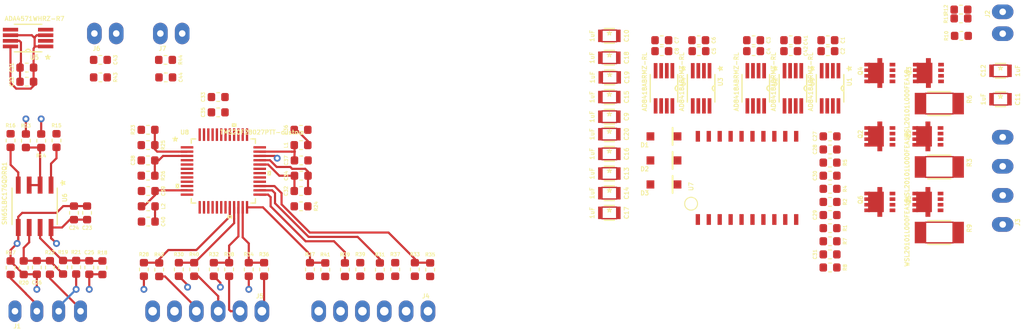
<source format=kicad_pcb>
(kicad_pcb (version 20171130) (host pcbnew "(5.1.5)-3")
  (layers (0 F.Cu signal) (31 B.Cu signal) (34 B.Paste user) (35 F.Paste user) (36 B.SilkS user) (37 F.SilkS user) (38 B.Mask user) (39 F.Mask user) (44 Edge.Cuts user))
  (net 0 "")
  (net 1 /5.0V)
  (net 2 /I_sense_p1)
  (net 3 /I_sense_p2)
  (net 4 /I_sense_p3)
  (net 5 /nEN)
  (net 6 /CLK)
  (net 7 /MOSI)
  (net 8 /MISO)
  (net 9 /F28027/JTAG_nTRST)
  (net 10 /F28027/JTAG_TDI)
  (net 11 /F28027/JTAG_TMS)
  (net 12 /F28027/JTAG_TDO)
  (net 13 /F28027/JTAG_TCK)
  (net 14 "Net-(Q1-Pad2)")
  (net 15 "Net-(Q2-Pad2)")
  (net 16 "Net-(Q3-Pad2)")
  (net 17 "Net-(Q4-Pad2)")
  (net 18 "Net-(Q5-Pad2)")
  (net 19 "Net-(Q6-Pad2)")
  (net 20 /GH_1)
  (net 21 /GL_1)
  (net 22 /GH_2)
  (net 23 /GL_2)
  (net 24 /GH_3)
  (net 25 /GL_3)
  (net 26 /DEnRE)
  (net 27 "Net-(R15-Pad2)")
  (net 28 /UART_RX)
  (net 29 "Net-(R16-Pad2)")
  (net 30 /UART_TX)
  (net 31 /A)
  (net 32 /B)
  (net 33 /I_sense_2)
  (net 34 /I_sense_3)
  (net 35 /IDC_sense)
  (net 36 /VDC_sense)
  (net 37 /cos)
  (net 38 /sin)
  (net 39 /LS_3)
  (net 40 /HS_3)
  (net 41 /LS_2)
  (net 42 /HS_2)
  (net 43 /LS_1)
  (net 44 /HS_1)
  (net 45 /I_sense_1)
  (net 46 /DC_neg)
  (net 47 /DC_pos)
  (net 48 /VDC_sense_p)
  (net 49 /chip_reset)
  (net 50 "Net-(R23-Pad2)")
  (net 51 "Net-(R24-Pad2)")
  (net 52 "Net-(R33-Pad1)")
  (net 53 "Net-(R34-Pad1)")
  (net 54 /GND)
  (net 55 /balance)
  (net 56 "Net-(R27-Pad1)")
  (net 57 "Net-(R28-Pad1)")
  (net 58 "Net-(R29-Pad1)")
  (net 59 "Net-(R30-Pad1)")
  (net 60 "Net-(R31-Pad1)")
  (net 61 "Net-(R32-Pad1)")
  (net 62 /therm_1)
  (net 63 /therm_2)
  (net 64 "Net-(C29-Pad1)")
  (net 65 "Net-(C37-Pad1)")
  (net 66 /IDC_sense_p)
  (net 67 /phase_shield)
  (net 68 "Net-(C25-Pad1)")
  (net 69 "Net-(C26-Pad2)")
  (net 70 "Net-(C30-Pad1)")
  (net 71 "Net-(C31-Pad1)")
  (net 72 "Net-(C39-Pad1)")
  (net 73 /half_bridge_3/M)
  (net 74 /half_bridge_2/M)
  (net 75 /half_bridge_1/M)
  (module motor_drive_footprints:WSL20101L000FEA18 (layer F.Cu) (at 196.85 114.046 180)
    (fp_text reference R9 (at -3.5 0.5 90) (layer F.SilkS) (effects (font (size 0.5 0.5) (thickness 0.1))))
    (fp_text value WSL20101L000FEA18 (at 3.75 0 90) (layer F.SilkS) (effects (font (size 0.5 0.5) (thickness 0.1))))
    (fp_line (start -1.599197 -1.199198) (end 1.599197 -1.199198) (layer F.Cu) (width 0.1524))
    (fp_line (start 1.599197 -1.199198) (end 1.599197 1.199198) (layer F.Cu) (width 0.1524))
    (fp_line (start 1.599197 1.199198) (end -1.599197 1.199198) (layer F.Cu) (width 0.1524))
    (fp_line (start -1.599197 1.199198) (end -1.599197 -1.199198) (layer F.Cu) (width 0.1524))
    (pad 1 smd rect (at -2.252796 0 180) (size 1.205598 2.499995) (layers F.Cu F.Paste F.Mask) (net 73 /half_bridge_3/M))
    (pad 2 smd rect (at 2.252796 0 180) (size 1.205598 2.499995) (layers F.Cu F.Paste F.Mask) (net 4 /I_sense_p3))
  )
  (module motor_drive_footprints:WSL20101L000FEA18 (layer F.Cu) (at 196.85 99.06 180)
    (fp_text reference R6 (at -3.5 0.5 90) (layer F.SilkS) (effects (font (size 0.5 0.5) (thickness 0.1))))
    (fp_text value WSL20101L000FEA18 (at 3.75 0 90) (layer F.SilkS) (effects (font (size 0.5 0.5) (thickness 0.1))))
    (fp_line (start -1.599197 -1.199198) (end 1.599197 -1.199198) (layer F.Cu) (width 0.1524))
    (fp_line (start 1.599197 -1.199198) (end 1.599197 1.199198) (layer F.Cu) (width 0.1524))
    (fp_line (start 1.599197 1.199198) (end -1.599197 1.199198) (layer F.Cu) (width 0.1524))
    (fp_line (start -1.599197 1.199198) (end -1.599197 -1.199198) (layer F.Cu) (width 0.1524))
    (pad 1 smd rect (at -2.252796 0 180) (size 1.205598 2.499995) (layers F.Cu F.Paste F.Mask) (net 74 /half_bridge_2/M))
    (pad 2 smd rect (at 2.252796 0 180) (size 1.205598 2.499995) (layers F.Cu F.Paste F.Mask) (net 3 /I_sense_p2))
  )
  (module motor_drive_footprints:WSL20101L000FEA18 (layer F.Cu) (at 196.85 106.426 180)
    (fp_text reference R3 (at -3.5 0.5 90) (layer F.SilkS) (effects (font (size 0.5 0.5) (thickness 0.1))))
    (fp_text value WSL20101L000FEA18 (at 3.75 0 90) (layer F.SilkS) (effects (font (size 0.5 0.5) (thickness 0.1))))
    (fp_line (start -1.599197 -1.199198) (end 1.599197 -1.199198) (layer F.Cu) (width 0.1524))
    (fp_line (start 1.599197 -1.199198) (end 1.599197 1.199198) (layer F.Cu) (width 0.1524))
    (fp_line (start 1.599197 1.199198) (end -1.599197 1.199198) (layer F.Cu) (width 0.1524))
    (fp_line (start -1.599197 1.199198) (end -1.599197 -1.199198) (layer F.Cu) (width 0.1524))
    (pad 1 smd rect (at -2.252796 0 180) (size 1.205598 2.499995) (layers F.Cu F.Paste F.Mask) (net 75 /half_bridge_1/M))
    (pad 2 smd rect (at 2.252796 0 180) (size 1.205598 2.499995) (layers F.Cu F.Paste F.Mask) (net 2 /I_sense_p1))
  )
  (module motor_drive_footprints:4pos_254 (layer F.Cu) (at 89.408 123.19)
    (fp_text reference J1 (at 0.25 1.75) (layer F.SilkS) (effects (font (size 0.5 0.5) (thickness 0.1))))
    (fp_text value Conn_01x04)
    (pad 4 thru_hole oval (at 7.62 0) (size 1.5 2.5) (drill 0.762) (layers *.Cu *.Mask) (net 31 /A))
    (pad 3 thru_hole oval (at 5.08 0) (size 1.5 2.5) (drill 0.762) (layers *.Cu *.Mask) (net 32 /B))
    (pad 2 thru_hole oval (at 2.54 0) (size 1.5 2.5) (drill 0.762) (layers *.Cu *.Mask) (net 55 /balance))
    (pad 1 thru_hole oval (at 0 0) (size 1.5 2.5) (drill 0.762) (layers *.Cu *.Mask) (net 54 /GND))
  )
  (module motor_drive_footprints:4pos_338 (layer F.Cu) (at 204.216 113.108 90)
    (fp_text reference J3 (at 0.25 1.75 90) (layer F.SilkS) (effects (font (size 0.5 0.5) (thickness 0.1))))
    (fp_text value Conn_01x04)
    (pad 4 thru_hole oval (at 10.14 0 90) (size 1.7 2.5) (drill 0.762) (layers *.Cu *.Mask) (net 67 /phase_shield))
    (pad 3 thru_hole oval (at 6.76 0 90) (size 1.7 2.5) (drill 0.762) (layers *.Cu *.Mask) (net 73 /half_bridge_3/M))
    (pad 2 thru_hole oval (at 3.38 0 90) (size 1.7 2.5) (drill 0.762) (layers *.Cu *.Mask) (net 74 /half_bridge_2/M))
    (pad 1 thru_hole oval (at 0 0 90) (size 1.7 2.5) (drill 0.762) (layers *.Cu *.Mask) (net 75 /half_bridge_1/M))
  )
  (module motor_drive_footprints:gen_0805 (layer F.Cu) (at 203.962 95.25)
    (fp_text reference C12 (at -2 0 90) (layer F.SilkS) (effects (font (size 0.5 0.5) (thickness 0.1))))
    (fp_text value 1uF (at 2 0 90) (layer F.SilkS) (effects (font (size 0.5 0.5) (thickness 0.1))))
    (fp_text user * (at 0 0) (layer F.SilkS))
    (fp_line (start -0.8509 -0.6731) (end 0.8509 -0.6731) (layer F.Cu) (width 0.1524))
    (fp_line (start 0.8509 -0.6731) (end 0.8509 0.6731) (layer F.Cu) (width 0.1524))
    (fp_line (start 0.8509 0.6731) (end -0.8509 0.6731) (layer F.Cu) (width 0.1524))
    (fp_line (start -0.8509 0.6731) (end -0.8509 -0.6731) (layer F.Cu) (width 0.1524))
    (pad 1 smd rect (at -1.1049 0) (size 0.4064 1.4478) (layers F.Cu F.Paste F.Mask) (net 67 /phase_shield))
    (pad 2 smd rect (at 1.1049 0) (size 0.4064 1.4478) (layers F.Cu F.Paste F.Mask) (net 46 /DC_neg))
  )
  (module motor_drive_footprints:gen_0805 (layer F.Cu) (at 203.962 98.552 180)
    (fp_text reference C11 (at -2 0 90) (layer F.SilkS) (effects (font (size 0.5 0.5) (thickness 0.1))))
    (fp_text value 1uF (at 2 0 90) (layer F.SilkS) (effects (font (size 0.5 0.5) (thickness 0.1))))
    (fp_text user * (at 0 0) (layer F.SilkS))
    (fp_line (start -0.8509 -0.6731) (end 0.8509 -0.6731) (layer F.Cu) (width 0.1524))
    (fp_line (start 0.8509 -0.6731) (end 0.8509 0.6731) (layer F.Cu) (width 0.1524))
    (fp_line (start 0.8509 0.6731) (end -0.8509 0.6731) (layer F.Cu) (width 0.1524))
    (fp_line (start -0.8509 0.6731) (end -0.8509 -0.6731) (layer F.Cu) (width 0.1524))
    (pad 1 smd rect (at -1.1049 0 180) (size 0.4064 1.4478) (layers F.Cu F.Paste F.Mask) (net 47 /DC_pos))
    (pad 2 smd rect (at 1.1049 0 180) (size 0.4064 1.4478) (layers F.Cu F.Paste F.Mask) (net 67 /phase_shield))
  )
  (module motor_drive_footprints:C_0603_1608Metric (layer F.Cu) (at 106.934 96.012 180)
    (fp_text reference C44 (at -1.75 0 90) (layer F.SilkS) (effects (font (size 0.4 0.4) (thickness 0.08))))
    (fp_text value C)
    (pad 2 smd roundrect (at 0.7875 0 180) (size 0.875 0.95) (layers F.Cu F.Paste F.Mask) (net 54 /GND))
    (pad 1 smd roundrect (at -0.7875 0 180) (size 0.875 0.95) (layers F.Cu F.Paste F.Mask) (net 63 /therm_2))
  )
  (module motor_drive_footprints:C_0603_1608Metric (layer F.Cu) (at 99.3395 93.98 180)
    (fp_text reference C43 (at -1.75 0 90) (layer F.SilkS) (effects (font (size 0.4 0.4) (thickness 0.08))))
    (fp_text value C)
    (pad 2 smd roundrect (at 0.7875 0 180) (size 0.875 0.95) (layers F.Cu F.Paste F.Mask) (net 54 /GND))
    (pad 1 smd roundrect (at -0.7875 0 180) (size 0.875 0.95) (layers F.Cu F.Paste F.Mask) (net 62 /therm_1))
  )
  (module motor_drive_footprints:C_0603_1608Metric (layer F.Cu) (at 179.578 92.964 180)
    (fp_text reference C42 (at -1.75 0 90) (layer F.SilkS) (effects (font (size 0.4 0.4) (thickness 0.08))))
    (fp_text value 0.01uF)
    (pad 2 smd roundrect (at 0.7875 0 180) (size 0.875 0.95) (layers F.Cu F.Paste F.Mask) (net 1 /5.0V))
    (pad 1 smd roundrect (at -0.7875 0 180) (size 0.875 0.95) (layers F.Cu F.Paste F.Mask) (net 54 /GND))
  )
  (module motor_drive_footprints:C_0603_1608Metric (layer F.Cu) (at 179.578 91.694 180)
    (fp_text reference C41 (at -1.75 0 90) (layer F.SilkS) (effects (font (size 0.4 0.4) (thickness 0.08))))
    (fp_text value 1uF)
    (pad 2 smd roundrect (at 0.7875 0 180) (size 0.875 0.95) (layers F.Cu F.Paste F.Mask) (net 1 /5.0V))
    (pad 1 smd roundrect (at -0.7875 0 180) (size 0.875 0.95) (layers F.Cu F.Paste F.Mask) (net 54 /GND))
  )
  (module motor_drive_footprints:C_0603_1608Metric (layer F.Cu) (at 104.902 112.776 180)
    (fp_text reference C40 (at -1.75 0 90) (layer F.SilkS) (effects (font (size 0.4 0.4) (thickness 0.08))))
    (fp_text value 1uF)
    (pad 2 smd roundrect (at 0.7875 0 180) (size 0.875 0.95) (layers F.Cu F.Paste F.Mask) (net 54 /GND))
    (pad 1 smd roundrect (at -0.7875 0 180) (size 0.875 0.95) (layers F.Cu F.Paste F.Mask) (net 1 /5.0V))
  )
  (module motor_drive_footprints:C_0603_1608Metric (layer F.Cu) (at 104.902 109.22 180)
    (fp_text reference C39 (at -1.75 0 90) (layer F.SilkS) (effects (font (size 0.4 0.4) (thickness 0.08))))
    (fp_text value 4.7uF)
    (pad 2 smd roundrect (at 0.7875 0 180) (size 0.875 0.95) (layers F.Cu F.Paste F.Mask) (net 54 /GND))
    (pad 1 smd roundrect (at -0.7875 0 180) (size 0.875 0.95) (layers F.Cu F.Paste F.Mask) (net 72 "Net-(C39-Pad1)"))
  )
  (module motor_drive_footprints:C_0603_1608Metric (layer F.Cu) (at 104.8765 105.664)
    (fp_text reference C38 (at -1.75 0 90) (layer F.SilkS) (effects (font (size 0.4 0.4) (thickness 0.08))))
    (fp_text value 100pF)
    (pad 2 smd roundrect (at 0.7875 0) (size 0.875 0.95) (layers F.Cu F.Paste F.Mask) (net 49 /chip_reset))
    (pad 1 smd roundrect (at -0.7875 0) (size 0.875 0.95) (layers F.Cu F.Paste F.Mask) (net 54 /GND))
  )
  (module motor_drive_footprints:C_0603_1608Metric (layer F.Cu) (at 122.682 105.664)
    (fp_text reference C37 (at -1.75 0 90) (layer F.SilkS) (effects (font (size 0.4 0.4) (thickness 0.08))))
    (fp_text value 1uF)
    (pad 2 smd roundrect (at 0.7875 0) (size 0.875 0.95) (layers F.Cu F.Paste F.Mask) (net 54 /GND))
    (pad 1 smd roundrect (at -0.7875 0) (size 0.875 0.95) (layers F.Cu F.Paste F.Mask) (net 65 "Net-(C37-Pad1)"))
  )
  (module motor_drive_footprints:C_0603_1608Metric (layer F.Cu) (at 122.6565 102.108)
    (fp_text reference C36 (at -1.75 0 90) (layer F.SilkS) (effects (font (size 0.4 0.4) (thickness 0.08))))
    (fp_text value 4.7uF)
    (pad 2 smd roundrect (at 0.7875 0) (size 0.875 0.95) (layers F.Cu F.Paste F.Mask) (net 54 /GND))
    (pad 1 smd roundrect (at -0.7875 0) (size 0.875 0.95) (layers F.Cu F.Paste F.Mask) (net 1 /5.0V))
  )
  (module motor_drive_footprints:gen_0805 (layer F.Cu) (at 158.496 102.616 180)
    (fp_text reference C20 (at -2 0 90) (layer F.SilkS) (effects (font (size 0.5 0.5) (thickness 0.1))))
    (fp_text value 1uF (at 2 0 90) (layer F.SilkS) (effects (font (size 0.5 0.5) (thickness 0.1))))
    (fp_text user * (at 0 0) (layer F.SilkS))
    (fp_line (start -0.8509 -0.6731) (end 0.8509 -0.6731) (layer F.Cu) (width 0.1524))
    (fp_line (start 0.8509 -0.6731) (end 0.8509 0.6731) (layer F.Cu) (width 0.1524))
    (fp_line (start 0.8509 0.6731) (end -0.8509 0.6731) (layer F.Cu) (width 0.1524))
    (fp_line (start -0.8509 0.6731) (end -0.8509 -0.6731) (layer F.Cu) (width 0.1524))
    (pad 1 smd rect (at -1.1049 0 180) (size 0.4064 1.4478) (layers F.Cu F.Paste F.Mask) (net 47 /DC_pos))
    (pad 2 smd rect (at 1.1049 0 180) (size 0.4064 1.4478) (layers F.Cu F.Paste F.Mask) (net 46 /DC_neg))
  )
  (module motor_drive_footprints:gen_0805 (layer F.Cu) (at 158.538 96.012 180)
    (fp_text reference C19 (at -2 0 90) (layer F.SilkS) (effects (font (size 0.5 0.5) (thickness 0.1))))
    (fp_text value 1uF (at 2 0 90) (layer F.SilkS) (effects (font (size 0.5 0.5) (thickness 0.1))))
    (fp_text user * (at 0 0) (layer F.SilkS))
    (fp_line (start -0.8509 -0.6731) (end 0.8509 -0.6731) (layer F.Cu) (width 0.1524))
    (fp_line (start 0.8509 -0.6731) (end 0.8509 0.6731) (layer F.Cu) (width 0.1524))
    (fp_line (start 0.8509 0.6731) (end -0.8509 0.6731) (layer F.Cu) (width 0.1524))
    (fp_line (start -0.8509 0.6731) (end -0.8509 -0.6731) (layer F.Cu) (width 0.1524))
    (pad 1 smd rect (at -1.1049 0 180) (size 0.4064 1.4478) (layers F.Cu F.Paste F.Mask) (net 47 /DC_pos))
    (pad 2 smd rect (at 1.1049 0 180) (size 0.4064 1.4478) (layers F.Cu F.Paste F.Mask) (net 46 /DC_neg))
  )
  (module motor_drive_footprints:gen_0805 (layer F.Cu) (at 158.496 93.726 180)
    (fp_text reference C18 (at -2 0 90) (layer F.SilkS) (effects (font (size 0.5 0.5) (thickness 0.1))))
    (fp_text value 1uF (at 2 0 90) (layer F.SilkS) (effects (font (size 0.5 0.5) (thickness 0.1))))
    (fp_text user * (at 0 0) (layer F.SilkS))
    (fp_line (start -0.8509 -0.6731) (end 0.8509 -0.6731) (layer F.Cu) (width 0.1524))
    (fp_line (start 0.8509 -0.6731) (end 0.8509 0.6731) (layer F.Cu) (width 0.1524))
    (fp_line (start 0.8509 0.6731) (end -0.8509 0.6731) (layer F.Cu) (width 0.1524))
    (fp_line (start -0.8509 0.6731) (end -0.8509 -0.6731) (layer F.Cu) (width 0.1524))
    (pad 1 smd rect (at -1.1049 0 180) (size 0.4064 1.4478) (layers F.Cu F.Paste F.Mask) (net 47 /DC_pos))
    (pad 2 smd rect (at 1.1049 0 180) (size 0.4064 1.4478) (layers F.Cu F.Paste F.Mask) (net 46 /DC_neg))
  )
  (module motor_drive_footprints:gen_0805 (layer F.Cu) (at 158.496 111.76 180)
    (fp_text reference C17 (at -2 0 90) (layer F.SilkS) (effects (font (size 0.5 0.5) (thickness 0.1))))
    (fp_text value 1uF (at 2 0 90) (layer F.SilkS) (effects (font (size 0.5 0.5) (thickness 0.1))))
    (fp_text user * (at 0 0) (layer F.SilkS))
    (fp_line (start -0.8509 -0.6731) (end 0.8509 -0.6731) (layer F.Cu) (width 0.1524))
    (fp_line (start 0.8509 -0.6731) (end 0.8509 0.6731) (layer F.Cu) (width 0.1524))
    (fp_line (start 0.8509 0.6731) (end -0.8509 0.6731) (layer F.Cu) (width 0.1524))
    (fp_line (start -0.8509 0.6731) (end -0.8509 -0.6731) (layer F.Cu) (width 0.1524))
    (pad 1 smd rect (at -1.1049 0 180) (size 0.4064 1.4478) (layers F.Cu F.Paste F.Mask) (net 47 /DC_pos))
    (pad 2 smd rect (at 1.1049 0 180) (size 0.4064 1.4478) (layers F.Cu F.Paste F.Mask) (net 46 /DC_neg))
  )
  (module motor_drive_footprints:gen_0805 (layer F.Cu) (at 158.496 104.902 180)
    (fp_text reference C16 (at -2 0 90) (layer F.SilkS) (effects (font (size 0.5 0.5) (thickness 0.1))))
    (fp_text value 1uF (at 2 0 90) (layer F.SilkS) (effects (font (size 0.5 0.5) (thickness 0.1))))
    (fp_text user * (at 0 0) (layer F.SilkS))
    (fp_line (start -0.8509 -0.6731) (end 0.8509 -0.6731) (layer F.Cu) (width 0.1524))
    (fp_line (start 0.8509 -0.6731) (end 0.8509 0.6731) (layer F.Cu) (width 0.1524))
    (fp_line (start 0.8509 0.6731) (end -0.8509 0.6731) (layer F.Cu) (width 0.1524))
    (fp_line (start -0.8509 0.6731) (end -0.8509 -0.6731) (layer F.Cu) (width 0.1524))
    (pad 1 smd rect (at -1.1049 0 180) (size 0.4064 1.4478) (layers F.Cu F.Paste F.Mask) (net 47 /DC_pos))
    (pad 2 smd rect (at 1.1049 0 180) (size 0.4064 1.4478) (layers F.Cu F.Paste F.Mask) (net 46 /DC_neg))
  )
  (module motor_drive_footprints:gen_0805 (layer F.Cu) (at 158.496 98.298 180)
    (fp_text reference C15 (at -2 0 90) (layer F.SilkS) (effects (font (size 0.5 0.5) (thickness 0.1))))
    (fp_text value 1uF (at 2 0 90) (layer F.SilkS) (effects (font (size 0.5 0.5) (thickness 0.1))))
    (fp_text user * (at 0 0) (layer F.SilkS))
    (fp_line (start -0.8509 -0.6731) (end 0.8509 -0.6731) (layer F.Cu) (width 0.1524))
    (fp_line (start 0.8509 -0.6731) (end 0.8509 0.6731) (layer F.Cu) (width 0.1524))
    (fp_line (start 0.8509 0.6731) (end -0.8509 0.6731) (layer F.Cu) (width 0.1524))
    (fp_line (start -0.8509 0.6731) (end -0.8509 -0.6731) (layer F.Cu) (width 0.1524))
    (pad 1 smd rect (at -1.1049 0 180) (size 0.4064 1.4478) (layers F.Cu F.Paste F.Mask) (net 47 /DC_pos))
    (pad 2 smd rect (at 1.1049 0 180) (size 0.4064 1.4478) (layers F.Cu F.Paste F.Mask) (net 46 /DC_neg))
  )
  (module motor_drive_footprints:gen_0805 (layer F.Cu) (at 158.496 109.474 180)
    (fp_text reference C14 (at -2 0 90) (layer F.SilkS) (effects (font (size 0.5 0.5) (thickness 0.1))))
    (fp_text value 1uF (at 2 0 90) (layer F.SilkS) (effects (font (size 0.5 0.5) (thickness 0.1))))
    (fp_text user * (at 0 0) (layer F.SilkS))
    (fp_line (start -0.8509 -0.6731) (end 0.8509 -0.6731) (layer F.Cu) (width 0.1524))
    (fp_line (start 0.8509 -0.6731) (end 0.8509 0.6731) (layer F.Cu) (width 0.1524))
    (fp_line (start 0.8509 0.6731) (end -0.8509 0.6731) (layer F.Cu) (width 0.1524))
    (fp_line (start -0.8509 0.6731) (end -0.8509 -0.6731) (layer F.Cu) (width 0.1524))
    (pad 1 smd rect (at -1.1049 0 180) (size 0.4064 1.4478) (layers F.Cu F.Paste F.Mask) (net 47 /DC_pos))
    (pad 2 smd rect (at 1.1049 0 180) (size 0.4064 1.4478) (layers F.Cu F.Paste F.Mask) (net 46 /DC_neg))
  )
  (module motor_drive_footprints:gen_0805 (layer F.Cu) (at 158.496 107.188 180)
    (fp_text reference C13 (at -2 0 90) (layer F.SilkS) (effects (font (size 0.5 0.5) (thickness 0.1))))
    (fp_text value 1uF (at 2 0 90) (layer F.SilkS) (effects (font (size 0.5 0.5) (thickness 0.1))))
    (fp_text user * (at 0 0) (layer F.SilkS))
    (fp_line (start -0.8509 -0.6731) (end 0.8509 -0.6731) (layer F.Cu) (width 0.1524))
    (fp_line (start 0.8509 -0.6731) (end 0.8509 0.6731) (layer F.Cu) (width 0.1524))
    (fp_line (start 0.8509 0.6731) (end -0.8509 0.6731) (layer F.Cu) (width 0.1524))
    (fp_line (start -0.8509 0.6731) (end -0.8509 -0.6731) (layer F.Cu) (width 0.1524))
    (pad 1 smd rect (at -1.1049 0 180) (size 0.4064 1.4478) (layers F.Cu F.Paste F.Mask) (net 47 /DC_pos))
    (pad 2 smd rect (at 1.1049 0 180) (size 0.4064 1.4478) (layers F.Cu F.Paste F.Mask) (net 46 /DC_neg))
  )
  (module motor_drive_footprints:gen_0805 (layer F.Cu) (at 158.496 91.186 180)
    (fp_text reference C10 (at -2 0 90) (layer F.SilkS) (effects (font (size 0.5 0.5) (thickness 0.1))))
    (fp_text value 1uF (at 2 0 90) (layer F.SilkS) (effects (font (size 0.5 0.5) (thickness 0.1))))
    (fp_text user * (at 0 0) (layer F.SilkS))
    (fp_line (start -0.8509 -0.6731) (end 0.8509 -0.6731) (layer F.Cu) (width 0.1524))
    (fp_line (start 0.8509 -0.6731) (end 0.8509 0.6731) (layer F.Cu) (width 0.1524))
    (fp_line (start 0.8509 0.6731) (end -0.8509 0.6731) (layer F.Cu) (width 0.1524))
    (fp_line (start -0.8509 0.6731) (end -0.8509 -0.6731) (layer F.Cu) (width 0.1524))
    (pad 1 smd rect (at -1.1049 0 180) (size 0.4064 1.4478) (layers F.Cu F.Paste F.Mask) (net 47 /DC_pos))
    (pad 2 smd rect (at 1.1049 0 180) (size 0.4064 1.4478) (layers F.Cu F.Paste F.Mask) (net 46 /DC_neg))
  )
  (module motor_drive_footprints:gen_0805 (layer F.Cu) (at 158.496 100.584 180)
    (fp_text reference C9 (at -2 0 90) (layer F.SilkS) (effects (font (size 0.5 0.5) (thickness 0.1))))
    (fp_text value 1uF (at 2 0 90) (layer F.SilkS) (effects (font (size 0.5 0.5) (thickness 0.1))))
    (fp_text user * (at 0 0) (layer F.SilkS))
    (fp_line (start -0.8509 -0.6731) (end 0.8509 -0.6731) (layer F.Cu) (width 0.1524))
    (fp_line (start 0.8509 -0.6731) (end 0.8509 0.6731) (layer F.Cu) (width 0.1524))
    (fp_line (start 0.8509 0.6731) (end -0.8509 0.6731) (layer F.Cu) (width 0.1524))
    (fp_line (start -0.8509 0.6731) (end -0.8509 -0.6731) (layer F.Cu) (width 0.1524))
    (pad 1 smd rect (at -1.1049 0 180) (size 0.4064 1.4478) (layers F.Cu F.Paste F.Mask) (net 47 /DC_pos))
    (pad 2 smd rect (at 1.1049 0 180) (size 0.4064 1.4478) (layers F.Cu F.Paste F.Mask) (net 46 /DC_neg))
  )
  (module motor_drive_footprints:C_0603_1608Metric (layer F.Cu) (at 106.9085 93.98 180)
    (fp_text reference R44 (at -1.75 0 90) (layer F.SilkS) (effects (font (size 0.4 0.4) (thickness 0.08))))
    (fp_text value R)
    (pad 2 smd roundrect (at 0.7875 0 180) (size 0.875 0.95) (layers F.Cu F.Paste F.Mask) (net 54 /GND))
    (pad 1 smd roundrect (at -0.7875 0 180) (size 0.875 0.95) (layers F.Cu F.Paste F.Mask) (net 63 /therm_2))
  )
  (module motor_drive_footprints:C_0603_1608Metric (layer F.Cu) (at 99.3395 96.012 180)
    (fp_text reference R43 (at -1.75 0 90) (layer F.SilkS) (effects (font (size 0.4 0.4) (thickness 0.08))))
    (fp_text value R)
    (pad 2 smd roundrect (at 0.7875 0 180) (size 0.875 0.95) (layers F.Cu F.Paste F.Mask) (net 54 /GND))
    (pad 1 smd roundrect (at -0.7875 0 180) (size 0.875 0.95) (layers F.Cu F.Paste F.Mask) (net 62 /therm_1))
  )
  (module motor_drive_footprints:2pos_254 (layer F.Cu) (at 106.306 90.912)
    (fp_text reference J7 (at 0.25 1.75) (layer F.SilkS) (effects (font (size 0.5 0.5) (thickness 0.1))))
    (fp_text value Conn_01x02)
    (pad 2 thru_hole oval (at 2.54 0) (size 1.7 2.5) (drill 0.762) (layers *.Cu *.Mask) (net 63 /therm_2))
    (pad 1 thru_hole oval (at 0 0) (size 1.7 2.5) (drill 0.762) (layers *.Cu *.Mask) (net 1 /5.0V))
  )
  (module motor_drive_footprints:2pos_254 (layer F.Cu) (at 98.64 90.912)
    (fp_text reference J6 (at 0.25 1.75) (layer F.SilkS) (effects (font (size 0.5 0.5) (thickness 0.1))))
    (fp_text value Conn_01x02)
    (pad 2 thru_hole oval (at 2.54 0) (size 1.7 2.5) (drill 0.762) (layers *.Cu *.Mask) (net 62 /therm_1))
    (pad 1 thru_hole oval (at 0 0) (size 1.7 2.5) (drill 0.762) (layers *.Cu *.Mask) (net 1 /5.0V))
  )
  (module motor_drive_footprints:C_0603_1608Metric (layer F.Cu) (at 113.03 100.076)
    (fp_text reference C35 (at -1.75 0 90) (layer F.SilkS) (effects (font (size 0.4 0.4) (thickness 0.08))))
    (fp_text value 0.01uF)
    (pad 2 smd roundrect (at 0.7875 0) (size 0.875 0.95) (layers F.Cu F.Paste F.Mask) (net 54 /GND))
    (pad 1 smd roundrect (at -0.7875 0) (size 0.875 0.95) (layers F.Cu F.Paste F.Mask) (net 1 /5.0V))
  )
  (module motor_drive_footprints:C_0603_1608Metric (layer F.Cu) (at 122.682 107.442)
    (fp_text reference C34 (at -1.75 0 90) (layer F.SilkS) (effects (font (size 0.4 0.4) (thickness 0.08))))
    (fp_text value 0.01uF)
    (pad 2 smd roundrect (at 0.7875 0) (size 0.875 0.95) (layers F.Cu F.Paste F.Mask) (net 54 /GND))
    (pad 1 smd roundrect (at -0.7875 0) (size 0.875 0.95) (layers F.Cu F.Paste F.Mask) (net 1 /5.0V))
  )
  (module motor_drive_footprints:C_0603_1608Metric (layer F.Cu) (at 99.568 118.1355 270)
    (fp_text reference R18 (at -1.75 0) (layer F.SilkS) (effects (font (size 0.4 0.4) (thickness 0.08))))
    (fp_text value 680)
    (pad 2 smd roundrect (at 0.7875 0 270) (size 0.875 0.95) (layers F.Cu F.Paste F.Mask) (net 1 /5.0V))
    (pad 1 smd roundrect (at -0.7875 0 270) (size 0.875 0.95) (layers F.Cu F.Paste F.Mask) (net 68 "Net-(C25-Pad1)"))
  )
  (module motor_drive_footprints:TMS320F28027PTT (layer F.Cu) (at 113.630801 106.892801)
    (fp_text reference U8 (at -4.5 -4.5) (layer F.SilkS) (effects (font (size 0.5 0.5) (thickness 0.1))))
    (fp_text value TMS20F28027PTT-custom (at 4.5 -4.5) (layer F.SilkS) (effects (font (size 0.5 0.5) (thickness 0.1))))
    (fp_text user * (at -5.590601 -3.381) (layer F.SilkS))
    (fp_text user * (at -5.590601 -3.381) (layer F.SilkS))
    (pad 1 smd rect (at -4.225 -2.75 90) (size 0.27 1.4612) (layers F.Cu F.Paste F.Mask) (net 30 /UART_TX))
    (pad 2 smd rect (at -4.225 -2.250001 90) (size 0.27 1.4612) (layers F.Cu F.Paste F.Mask) (net 50 "Net-(R23-Pad2)"))
    (pad 3 smd rect (at -4.225 -1.749999 90) (size 0.27 1.4612) (layers F.Cu F.Paste F.Mask) (net 49 /chip_reset))
    (pad 4 smd rect (at -4.225 -1.25 90) (size 0.27 1.4612) (layers F.Cu F.Paste F.Mask) (net 45 /I_sense_1))
    (pad 5 smd rect (at -4.225 -0.750001 90) (size 0.27 1.4612) (layers F.Cu F.Paste F.Mask) (net 33 /I_sense_2))
    (pad 6 smd rect (at -4.225 -0.25 90) (size 0.27 1.4612) (layers F.Cu F.Paste F.Mask) (net 34 /I_sense_3))
    (pad 7 smd rect (at -4.225 0.25 90) (size 0.27 1.4612) (layers F.Cu F.Paste F.Mask) (net 35 /IDC_sense))
    (pad 8 smd rect (at -4.225 0.750001 90) (size 0.27 1.4612) (layers F.Cu F.Paste F.Mask) (net 36 /VDC_sense))
    (pad 9 smd rect (at -4.225 1.25 90) (size 0.27 1.4612) (layers F.Cu F.Paste F.Mask) (net 38 /sin))
    (pad 10 smd rect (at -4.225 1.749999 90) (size 0.27 1.4612) (layers F.Cu F.Paste F.Mask) (net 37 /cos))
    (pad 11 smd rect (at -4.225 2.250001 90) (size 0.27 1.4612) (layers F.Cu F.Paste F.Mask) (net 72 "Net-(C39-Pad1)"))
    (pad 12 smd rect (at -4.225 2.75 90) (size 0.27 1.4612) (layers F.Cu F.Paste F.Mask) (net 54 /GND))
    (pad 13 smd rect (at -2.75 4.225) (size 0.27 1.4612) (layers F.Cu F.Paste F.Mask) (net 45 /I_sense_1))
    (pad 14 smd rect (at -2.250001 4.225) (size 0.27 1.4612) (layers F.Cu F.Paste F.Mask) (net 33 /I_sense_2))
    (pad 15 smd rect (at -1.749999 4.225) (size 0.27 1.4612) (layers F.Cu F.Paste F.Mask) (net 62 /therm_1))
    (pad 16 smd rect (at -1.25 4.225) (size 0.27 1.4612) (layers F.Cu F.Paste F.Mask) (net 63 /therm_2))
    (pad 17 smd rect (at -0.750001 4.225) (size 0.27 1.4612) (layers F.Cu F.Paste F.Mask) (net 38 /sin))
    (pad 18 smd rect (at -0.25 4.225) (size 0.27 1.4612) (layers F.Cu F.Paste F.Mask) (net 37 /cos))
    (pad 19 smd rect (at 0.25 4.225) (size 0.27 1.4612) (layers F.Cu F.Paste F.Mask))
    (pad 20 smd rect (at 0.750001 4.225) (size 0.27 1.4612) (layers F.Cu F.Paste F.Mask) (net 57 "Net-(R28-Pad1)"))
    (pad 21 smd rect (at 1.25 4.225) (size 0.27 1.4612) (layers F.Cu F.Paste F.Mask) (net 59 "Net-(R30-Pad1)"))
    (pad 22 smd rect (at 1.749999 4.225) (size 0.27 1.4612) (layers F.Cu F.Paste F.Mask) (net 61 "Net-(R32-Pad1)"))
    (pad 23 smd rect (at 2.250001 4.225) (size 0.27 1.4612) (layers F.Cu F.Paste F.Mask) (net 53 "Net-(R34-Pad1)"))
    (pad 24 smd rect (at 2.75 4.225) (size 0.27 1.4612) (layers F.Cu F.Paste F.Mask) (net 56 "Net-(R27-Pad1)"))
    (pad 25 smd rect (at 4.225 2.75 90) (size 0.27 1.4612) (layers F.Cu F.Paste F.Mask) (net 58 "Net-(R29-Pad1)"))
    (pad 26 smd rect (at 4.225 2.250001 90) (size 0.27 1.4612) (layers F.Cu F.Paste F.Mask) (net 60 "Net-(R31-Pad1)"))
    (pad 27 smd rect (at 4.225 1.749999 90) (size 0.27 1.4612) (layers F.Cu F.Paste F.Mask) (net 52 "Net-(R33-Pad1)"))
    (pad 28 smd rect (at 4.225 1.25 90) (size 0.27 1.4612) (layers F.Cu F.Paste F.Mask) (net 44 /HS_1))
    (pad 29 smd rect (at 4.225 0.750001 90) (size 0.27 1.4612) (layers F.Cu F.Paste F.Mask) (net 43 /LS_1))
    (pad 30 smd rect (at 4.225 0.25 90) (size 0.27 1.4612) (layers F.Cu F.Paste F.Mask))
    (pad 31 smd rect (at 4.225 -0.25 90) (size 0.27 1.4612) (layers F.Cu F.Paste F.Mask))
    (pad 32 smd rect (at 4.225 -0.750001 90) (size 0.27 1.4612) (layers F.Cu F.Paste F.Mask) (net 1 /5.0V))
    (pad 33 smd rect (at 4.225 -1.25 90) (size 0.27 1.4612) (layers F.Cu F.Paste F.Mask) (net 54 /GND))
    (pad 34 smd rect (at 4.225 -1.749999 90) (size 0.27 1.4612) (layers F.Cu F.Paste F.Mask) (net 51 "Net-(R24-Pad2)"))
    (pad 35 smd rect (at 4.225 -2.250001 90) (size 0.27 1.4612) (layers F.Cu F.Paste F.Mask) (net 65 "Net-(C37-Pad1)"))
    (pad 36 smd rect (at 4.225 -2.75 90) (size 0.27 1.4612) (layers F.Cu F.Paste F.Mask))
    (pad 37 smd rect (at 2.75 -4.225) (size 0.27 1.4612) (layers F.Cu F.Paste F.Mask) (net 42 /HS_2))
    (pad 38 smd rect (at 2.250001 -4.225) (size 0.27 1.4612) (layers F.Cu F.Paste F.Mask) (net 41 /LS_2))
    (pad 39 smd rect (at 1.749999 -4.225) (size 0.27 1.4612) (layers F.Cu F.Paste F.Mask) (net 40 /HS_3))
    (pad 40 smd rect (at 1.25 -4.225) (size 0.27 1.4612) (layers F.Cu F.Paste F.Mask) (net 39 /LS_3))
    (pad 41 smd rect (at 0.750001 -4.225) (size 0.27 1.4612) (layers F.Cu F.Paste F.Mask))
    (pad 42 smd rect (at 0.25 -4.225) (size 0.27 1.4612) (layers F.Cu F.Paste F.Mask))
    (pad 43 smd rect (at -0.25 -4.225) (size 0.27 1.4612) (layers F.Cu F.Paste F.Mask) (net 54 /GND))
    (pad 44 smd rect (at -0.750001 -4.225) (size 0.27 1.4612) (layers F.Cu F.Paste F.Mask) (net 1 /5.0V))
    (pad 45 smd rect (at -1.25 -4.225) (size 0.27 1.4612) (layers F.Cu F.Paste F.Mask))
    (pad 46 smd rect (at -1.749999 -4.225) (size 0.27 1.4612) (layers F.Cu F.Paste F.Mask))
    (pad 47 smd rect (at -2.250001 -4.225) (size 0.27 1.4612) (layers F.Cu F.Paste F.Mask) (net 26 /DEnRE))
    (pad 48 smd rect (at -2.75 -4.225) (size 0.27 1.4612) (layers F.Cu F.Paste F.Mask) (net 28 /UART_RX))
  )
  (module motor_drive_footprints:C_0603_1608Metric (layer F.Cu) (at 184.15 102.87)
    (fp_text reference C27 (at -1.75 0 90) (layer F.SilkS) (effects (font (size 0.4 0.4) (thickness 0.08))))
    (fp_text value 2.2uF)
    (pad 2 smd roundrect (at 0.7875 0) (size 0.875 0.95) (layers F.Cu F.Paste F.Mask) (net 54 /GND))
    (pad 1 smd roundrect (at -0.7875 0) (size 0.875 0.95) (layers F.Cu F.Paste F.Mask) (net 1 /5.0V))
  )
  (module motor_drive_footprints:C_0603_1608Metric (layer F.Cu) (at 106.172 118.364 270)
    (fp_text reference R42 (at -1.75 0) (layer F.SilkS) (effects (font (size 0.4 0.4) (thickness 0.08))))
    (fp_text value 375)
    (pad 2 smd roundrect (at 0.7875 0 270) (size 0.875 0.95) (layers F.Cu F.Paste F.Mask) (net 10 /F28027/JTAG_TDI))
    (pad 1 smd roundrect (at -0.7875 0 270) (size 0.875 0.95) (layers F.Cu F.Paste F.Mask) (net 57 "Net-(R28-Pad1)"))
  )
  (module motor_drive_footprints:C_0603_1608Metric (layer F.Cu) (at 125.476 118.364 270)
    (fp_text reference R41 (at -1.75 0) (layer F.SilkS) (effects (font (size 0.4 0.4) (thickness 0.08))))
    (fp_text value 375)
    (pad 2 smd roundrect (at 0.7875 0 270) (size 0.875 0.95) (layers F.Cu F.Paste F.Mask) (net 5 /nEN))
    (pad 1 smd roundrect (at -0.7875 0 270) (size 0.875 0.95) (layers F.Cu F.Paste F.Mask) (net 56 "Net-(R27-Pad1)"))
  )
  (module motor_drive_footprints:C_0603_1608Metric (layer F.Cu) (at 110.236 118.3385 270)
    (fp_text reference R40 (at -1.75 0) (layer F.SilkS) (effects (font (size 0.4 0.4) (thickness 0.08))))
    (fp_text value 375)
    (pad 2 smd roundrect (at 0.7875 0 270) (size 0.875 0.95) (layers F.Cu F.Paste F.Mask) (net 11 /F28027/JTAG_TMS))
    (pad 1 smd roundrect (at -0.7875 0 270) (size 0.875 0.95) (layers F.Cu F.Paste F.Mask) (net 59 "Net-(R30-Pad1)"))
  )
  (module motor_drive_footprints:C_0603_1608Metric (layer F.Cu) (at 129.54 118.3385 270)
    (fp_text reference R39 (at -1.75 0) (layer F.SilkS) (effects (font (size 0.4 0.4) (thickness 0.08))))
    (fp_text value 375)
    (pad 2 smd roundrect (at 0.7875 0 270) (size 0.875 0.95) (layers F.Cu F.Paste F.Mask) (net 6 /CLK))
    (pad 1 smd roundrect (at -0.7875 0 270) (size 0.875 0.95) (layers F.Cu F.Paste F.Mask) (net 58 "Net-(R29-Pad1)"))
  )
  (module motor_drive_footprints:C_0603_1608Metric (layer F.Cu) (at 114.3 118.3385 270)
    (fp_text reference R38 (at -1.75 0) (layer F.SilkS) (effects (font (size 0.4 0.4) (thickness 0.08))))
    (fp_text value 375)
    (pad 2 smd roundrect (at 0.7875 0 270) (size 0.875 0.95) (layers F.Cu F.Paste F.Mask) (net 12 /F28027/JTAG_TDO))
    (pad 1 smd roundrect (at -0.7875 0 270) (size 0.875 0.95) (layers F.Cu F.Paste F.Mask) (net 61 "Net-(R32-Pad1)"))
  )
  (module motor_drive_footprints:C_0603_1608Metric (layer F.Cu) (at 133.604 118.3385 270)
    (fp_text reference R37 (at -1.75 0) (layer F.SilkS) (effects (font (size 0.4 0.4) (thickness 0.08))))
    (fp_text value 375)
    (pad 2 smd roundrect (at 0.7875 0 270) (size 0.875 0.95) (layers F.Cu F.Paste F.Mask) (net 8 /MISO))
    (pad 1 smd roundrect (at -0.7875 0 270) (size 0.875 0.95) (layers F.Cu F.Paste F.Mask) (net 60 "Net-(R31-Pad1)"))
  )
  (module motor_drive_footprints:C_0603_1608Metric (layer F.Cu) (at 118.364 118.3385 270)
    (fp_text reference R36 (at -1.75 0) (layer F.SilkS) (effects (font (size 0.4 0.4) (thickness 0.08))))
    (fp_text value 375)
    (pad 2 smd roundrect (at 0.7875 0 270) (size 0.875 0.95) (layers F.Cu F.Paste F.Mask) (net 13 /F28027/JTAG_TCK))
    (pad 1 smd roundrect (at -0.7875 0 270) (size 0.875 0.95) (layers F.Cu F.Paste F.Mask) (net 53 "Net-(R34-Pad1)"))
  )
  (module motor_drive_footprints:C_0603_1608Metric (layer F.Cu) (at 137.668 118.364 270)
    (fp_text reference R35 (at -1.75 0) (layer F.SilkS) (effects (font (size 0.4 0.4) (thickness 0.08))))
    (fp_text value 375)
    (pad 2 smd roundrect (at 0.7875 0 270) (size 0.875 0.95) (layers F.Cu F.Paste F.Mask) (net 7 /MOSI))
    (pad 1 smd roundrect (at -0.7875 0 270) (size 0.875 0.95) (layers F.Cu F.Paste F.Mask) (net 52 "Net-(R33-Pad1)"))
  )
  (module motor_drive_footprints:C_0603_1608Metric (layer F.Cu) (at 116.586 118.3385 270)
    (fp_text reference R34 (at -1.75 0) (layer F.SilkS) (effects (font (size 0.4 0.4) (thickness 0.08))))
    (fp_text value 10k)
    (pad 2 smd roundrect (at 0.7875 0 270) (size 0.875 0.95) (layers F.Cu F.Paste F.Mask) (net 1 /5.0V))
    (pad 1 smd roundrect (at -0.7875 0 270) (size 0.875 0.95) (layers F.Cu F.Paste F.Mask) (net 53 "Net-(R34-Pad1)"))
  )
  (module motor_drive_footprints:C_0603_1608Metric (layer F.Cu) (at 135.89 118.3385 270)
    (fp_text reference R33 (at -1.75 0) (layer F.SilkS) (effects (font (size 0.4 0.4) (thickness 0.08))))
    (fp_text value 10k)
    (pad 2 smd roundrect (at 0.7875 0 270) (size 0.875 0.95) (layers F.Cu F.Paste F.Mask) (net 1 /5.0V))
    (pad 1 smd roundrect (at -0.7875 0 270) (size 0.875 0.95) (layers F.Cu F.Paste F.Mask) (net 52 "Net-(R33-Pad1)"))
  )
  (module motor_drive_footprints:C_0603_1608Metric (layer F.Cu) (at 112.522 118.3385 270)
    (fp_text reference R32 (at -1.75 0) (layer F.SilkS) (effects (font (size 0.4 0.4) (thickness 0.08))))
    (fp_text value 10k)
    (pad 2 smd roundrect (at 0.7875 0 270) (size 0.875 0.95) (layers F.Cu F.Paste F.Mask) (net 1 /5.0V))
    (pad 1 smd roundrect (at -0.7875 0 270) (size 0.875 0.95) (layers F.Cu F.Paste F.Mask) (net 61 "Net-(R32-Pad1)"))
  )
  (module motor_drive_footprints:C_0603_1608Metric (layer F.Cu) (at 131.826 118.364 270)
    (fp_text reference R31 (at -1.75 0) (layer F.SilkS) (effects (font (size 0.4 0.4) (thickness 0.08))))
    (fp_text value 10k)
    (pad 2 smd roundrect (at 0.7875 0 270) (size 0.875 0.95) (layers F.Cu F.Paste F.Mask) (net 1 /5.0V))
    (pad 1 smd roundrect (at -0.7875 0 270) (size 0.875 0.95) (layers F.Cu F.Paste F.Mask) (net 60 "Net-(R31-Pad1)"))
  )
  (module motor_drive_footprints:C_0603_1608Metric (layer F.Cu) (at 108.458 118.3385 270)
    (fp_text reference R30 (at -1.75 0) (layer F.SilkS) (effects (font (size 0.4 0.4) (thickness 0.08))))
    (fp_text value 10k)
    (pad 2 smd roundrect (at 0.7875 0 270) (size 0.875 0.95) (layers F.Cu F.Paste F.Mask) (net 1 /5.0V))
    (pad 1 smd roundrect (at -0.7875 0 270) (size 0.875 0.95) (layers F.Cu F.Paste F.Mask) (net 59 "Net-(R30-Pad1)"))
  )
  (module motor_drive_footprints:C_0603_1608Metric (layer F.Cu) (at 127.762 118.364 270)
    (fp_text reference R29 (at -1.75 0) (layer F.SilkS) (effects (font (size 0.4 0.4) (thickness 0.08))))
    (fp_text value 10k)
    (pad 2 smd roundrect (at 0.7875 0 270) (size 0.875 0.95) (layers F.Cu F.Paste F.Mask) (net 1 /5.0V))
    (pad 1 smd roundrect (at -0.7875 0 270) (size 0.875 0.95) (layers F.Cu F.Paste F.Mask) (net 58 "Net-(R29-Pad1)"))
  )
  (module motor_drive_footprints:C_0603_1608Metric (layer F.Cu) (at 104.394 118.3385 270)
    (fp_text reference R28 (at -1.75 0) (layer F.SilkS) (effects (font (size 0.4 0.4) (thickness 0.08))))
    (fp_text value 10k)
    (pad 2 smd roundrect (at 0.7875 0 270) (size 0.875 0.95) (layers F.Cu F.Paste F.Mask) (net 1 /5.0V))
    (pad 1 smd roundrect (at -0.7875 0 270) (size 0.875 0.95) (layers F.Cu F.Paste F.Mask) (net 57 "Net-(R28-Pad1)"))
  )
  (module motor_drive_footprints:C_0603_1608Metric (layer F.Cu) (at 123.698 118.3385 270)
    (fp_text reference R27 (at -1.75 0) (layer F.SilkS) (effects (font (size 0.4 0.4) (thickness 0.08))))
    (fp_text value 10k)
    (pad 2 smd roundrect (at 0.7875 0 270) (size 0.875 0.95) (layers F.Cu F.Paste F.Mask) (net 1 /5.0V))
    (pad 1 smd roundrect (at -0.7875 0 270) (size 0.875 0.95) (layers F.Cu F.Paste F.Mask) (net 56 "Net-(R27-Pad1)"))
  )
  (module motor_drive_footprints:C_0603_1608Metric (layer F.Cu) (at 104.8765 107.442 180)
    (fp_text reference R26 (at -1.75 0 90) (layer F.SilkS) (effects (font (size 0.4 0.4) (thickness 0.08))))
    (fp_text value 2.2k)
    (pad 2 smd roundrect (at 0.7875 0 180) (size 0.875 0.95) (layers F.Cu F.Paste F.Mask) (net 1 /5.0V))
    (pad 1 smd roundrect (at -0.7875 0 180) (size 0.875 0.95) (layers F.Cu F.Paste F.Mask) (net 49 /chip_reset))
  )
  (module motor_drive_footprints:C_0603_1608Metric (layer F.Cu) (at 104.8765 103.886 180)
    (fp_text reference R25 (at -1.75 0 90) (layer F.SilkS) (effects (font (size 0.4 0.4) (thickness 0.08))))
    (fp_text value 375)
    (pad 2 smd roundrect (at 0.7875 0 180) (size 0.875 0.95) (layers F.Cu F.Paste F.Mask) (net 9 /F28027/JTAG_nTRST))
    (pad 1 smd roundrect (at -0.7875 0 180) (size 0.875 0.95) (layers F.Cu F.Paste F.Mask) (net 50 "Net-(R23-Pad2)"))
  )
  (module motor_drive_footprints:C_0603_1608Metric (layer F.Cu) (at 104.902 110.998 180)
    (fp_text reference L2 (at -1.75 0 90) (layer F.SilkS) (effects (font (size 0.4 0.4) (thickness 0.08))))
    (fp_text value 2.2uF)
    (pad 2 smd roundrect (at 0.7875 0 180) (size 0.875 0.95) (layers F.Cu F.Paste F.Mask) (net 72 "Net-(C39-Pad1)"))
    (pad 1 smd roundrect (at -0.7875 0 180) (size 0.875 0.95) (layers F.Cu F.Paste F.Mask) (net 1 /5.0V))
  )
  (module motor_drive_footprints:C_0603_1608Metric (layer F.Cu) (at 122.6565 109.22)
    (fp_text reference C32 (at -1.75 0 90) (layer F.SilkS) (effects (font (size 0.4 0.4) (thickness 0.08))))
    (fp_text value 2.2uF)
    (pad 2 smd roundrect (at 0.7875 0) (size 0.875 0.95) (layers F.Cu F.Paste F.Mask) (net 54 /GND))
    (pad 1 smd roundrect (at -0.7875 0) (size 0.875 0.95) (layers F.Cu F.Paste F.Mask) (net 1 /5.0V))
  )
  (module motor_drive_footprints:C_0603_1608Metric (layer F.Cu) (at 184.15 116.586)
    (fp_text reference C31 (at -1.75 0 90) (layer F.SilkS) (effects (font (size 0.4 0.4) (thickness 0.08))))
    (fp_text value 0.22uF)
    (pad 2 smd roundrect (at 0.7875 0) (size 0.875 0.95) (layers F.Cu F.Paste F.Mask) (net 4 /I_sense_p3))
    (pad 1 smd roundrect (at -0.7875 0) (size 0.875 0.95) (layers F.Cu F.Paste F.Mask) (net 71 "Net-(C31-Pad1)"))
  )
  (module motor_drive_footprints:C_0603_1608Metric (layer F.Cu) (at 91.948 118.11 90)
    (fp_text reference C26 (at -1.75 0) (layer F.SilkS) (effects (font (size 0.4 0.4) (thickness 0.08))))
    (fp_text value 680pF)
    (pad 2 smd roundrect (at 0.7875 0 90) (size 0.875 0.95) (layers F.Cu F.Paste F.Mask) (net 69 "Net-(C26-Pad2)"))
    (pad 1 smd roundrect (at -0.7875 0 90) (size 0.875 0.95) (layers F.Cu F.Paste F.Mask) (net 54 /GND))
  )
  (module motor_drive_footprints:C_0603_1608Metric (layer F.Cu) (at 98.044 118.11 270)
    (fp_text reference C25 (at -1.75 0) (layer F.SilkS) (effects (font (size 0.4 0.4) (thickness 0.08))))
    (fp_text value 680pF)
    (pad 2 smd roundrect (at 0.7875 0 270) (size 0.875 0.95) (layers F.Cu F.Paste F.Mask) (net 1 /5.0V))
    (pad 1 smd roundrect (at -0.7875 0 270) (size 0.875 0.95) (layers F.Cu F.Paste F.Mask) (net 68 "Net-(C25-Pad1)"))
  )
  (module motor_drive_footprints:C_0603_1608Metric (layer F.Cu) (at 96.266 111.76 90)
    (fp_text reference C24 (at -1.75 0) (layer F.SilkS) (effects (font (size 0.4 0.4) (thickness 0.08))))
    (fp_text value 0.01uF)
    (pad 2 smd roundrect (at 0.7875 0 90) (size 0.875 0.95) (layers F.Cu F.Paste F.Mask) (net 54 /GND))
    (pad 1 smd roundrect (at -0.7875 0 90) (size 0.875 0.95) (layers F.Cu F.Paste F.Mask) (net 1 /5.0V))
  )
  (module motor_drive_footprints:C_0603_1608Metric (layer F.Cu) (at 97.79 111.76 90)
    (fp_text reference C23 (at -1.75 0) (layer F.SilkS) (effects (font (size 0.4 0.4) (thickness 0.08))))
    (fp_text value 2.2uF)
    (pad 2 smd roundrect (at 0.7875 0 90) (size 0.875 0.95) (layers F.Cu F.Paste F.Mask) (net 54 /GND))
    (pad 1 smd roundrect (at -0.7875 0 90) (size 0.875 0.95) (layers F.Cu F.Paste F.Mask) (net 1 /5.0V))
  )
  (module motor_drive_footprints:C_0603_1608Metric (layer F.Cu) (at 93.472 118.11 270)
    (fp_text reference R22 (at -1.75 0) (layer F.SilkS) (effects (font (size 0.4 0.4) (thickness 0.08))))
    (fp_text value 375)
    (pad 2 smd roundrect (at 0.7875 0 270) (size 0.875 0.95) (layers F.Cu F.Paste F.Mask) (net 31 /A))
    (pad 1 smd roundrect (at -0.7875 0 270) (size 0.875 0.95) (layers F.Cu F.Paste F.Mask) (net 69 "Net-(C26-Pad2)"))
  )
  (module motor_drive_footprints:C_0603_1608Metric (layer F.Cu) (at 96.52 118.0845 270)
    (fp_text reference R21 (at -1.75 0) (layer F.SilkS) (effects (font (size 0.4 0.4) (thickness 0.08))))
    (fp_text value 375)
    (pad 2 smd roundrect (at 0.7875 0 270) (size 0.875 0.95) (layers F.Cu F.Paste F.Mask) (net 32 /B))
    (pad 1 smd roundrect (at -0.7875 0 270) (size 0.875 0.95) (layers F.Cu F.Paste F.Mask) (net 68 "Net-(C25-Pad1)"))
  )
  (module motor_drive_footprints:C_0603_1608Metric (layer F.Cu) (at 90.424 118.1355 90)
    (fp_text reference R20 (at -1.75 0) (layer F.SilkS) (effects (font (size 0.4 0.4) (thickness 0.08))))
    (fp_text value 680)
    (pad 2 smd roundrect (at 0.7875 0 90) (size 0.875 0.95) (layers F.Cu F.Paste F.Mask) (net 69 "Net-(C26-Pad2)"))
    (pad 1 smd roundrect (at -0.7875 0 90) (size 0.875 0.95) (layers F.Cu F.Paste F.Mask) (net 54 /GND))
  )
  (module motor_drive_footprints:SOD123 (layer F.Cu) (at 164.846 108.458 180)
    (fp_text reference D3 (at 2.25 -1) (layer F.SilkS) (effects (font (size 0.5 0.5) (thickness 0.1))))
    (fp_text value D)
    (pad 1 smd rect (at -1.575 0 180) (size 0.9 0.95) (layers F.Cu F.Paste F.Mask) (net 71 "Net-(C31-Pad1)"))
    (pad 2 smd rect (at 1.575 0 180) (size 0.9 0.95) (layers F.Cu F.Paste F.Mask) (net 1 /5.0V))
  )
  (module motor_drive_footprints:SOD123 (layer F.Cu) (at 164.846 105.664 180)
    (fp_text reference D2 (at 2.25 -1) (layer F.SilkS) (effects (font (size 0.5 0.5) (thickness 0.1))))
    (fp_text value D)
    (pad 1 smd rect (at -1.575 0 180) (size 0.9 0.95) (layers F.Cu F.Paste F.Mask) (net 70 "Net-(C30-Pad1)"))
    (pad 2 smd rect (at 1.575 0 180) (size 0.9 0.95) (layers F.Cu F.Paste F.Mask) (net 1 /5.0V))
  )
  (module motor_drive_footprints:SOD123 (layer F.Cu) (at 164.846 102.87 180)
    (fp_text reference D1 (at 2.25 -1) (layer F.SilkS) (effects (font (size 0.5 0.5) (thickness 0.1))))
    (fp_text value D)
    (pad 1 smd rect (at -1.575 0 180) (size 0.9 0.95) (layers F.Cu F.Paste F.Mask) (net 64 "Net-(C29-Pad1)"))
    (pad 2 smd rect (at 1.575 0 180) (size 0.9 0.95) (layers F.Cu F.Paste F.Mask) (net 1 /5.0V))
  )
  (module motor_drive_footprints:C_0603_1608Metric (layer F.Cu) (at 164.592 92.964 180)
    (fp_text reference C8 (at -1.75 0 90) (layer F.SilkS) (effects (font (size 0.4 0.4) (thickness 0.08))))
    (fp_text value 0.01uF)
    (pad 2 smd roundrect (at 0.7875 0 180) (size 0.875 0.95) (layers F.Cu F.Paste F.Mask) (net 1 /5.0V))
    (pad 1 smd roundrect (at -0.7875 0 180) (size 0.875 0.95) (layers F.Cu F.Paste F.Mask) (net 54 /GND))
  )
  (module motor_drive_footprints:C_0603_1608Metric (layer F.Cu) (at 168.8845 91.694 180)
    (fp_text reference C6 (at -1.75 0 90) (layer F.SilkS) (effects (font (size 0.4 0.4) (thickness 0.08))))
    (fp_text value 0.01uF)
    (pad 2 smd roundrect (at 0.7875 0 180) (size 0.875 0.95) (layers F.Cu F.Paste F.Mask) (net 1 /5.0V))
    (pad 1 smd roundrect (at -0.7875 0 180) (size 0.875 0.95) (layers F.Cu F.Paste F.Mask) (net 54 /GND))
  )
  (module motor_drive_footprints:C_0603_1608Metric (layer F.Cu) (at 175.26 92.964 180)
    (fp_text reference C4 (at -1.75 0 90) (layer F.SilkS) (effects (font (size 0.4 0.4) (thickness 0.08))))
    (fp_text value 0.01uF)
    (pad 2 smd roundrect (at 0.7875 0 180) (size 0.875 0.95) (layers F.Cu F.Paste F.Mask) (net 1 /5.0V))
    (pad 1 smd roundrect (at -0.7875 0 180) (size 0.875 0.95) (layers F.Cu F.Paste F.Mask) (net 54 /GND))
  )
  (module motor_drive_footprints:C_0603_1608Metric (layer F.Cu) (at 183.896 92.964 180)
    (fp_text reference C2 (at -1.75 0 90) (layer F.SilkS) (effects (font (size 0.4 0.4) (thickness 0.08))))
    (fp_text value 0.01uF)
    (pad 2 smd roundrect (at 0.7875 0 180) (size 0.875 0.95) (layers F.Cu F.Paste F.Mask) (net 1 /5.0V))
    (pad 1 smd roundrect (at -0.7875 0 180) (size 0.875 0.95) (layers F.Cu F.Paste F.Mask) (net 54 /GND))
  )
  (module motor_drive_footprints:6pos_254 (layer F.Cu) (at 118.11 123.19 180)
    (fp_text reference J5 (at 0.25 1.75) (layer F.SilkS) (effects (font (size 0.5 0.5) (thickness 0.1))))
    (fp_text value Conn_01x06)
    (pad 6 thru_hole oval (at 12.7 0 180) (size 1.7 2.5) (drill 1) (layers *.Cu *.Mask) (net 54 /GND))
    (pad 5 thru_hole oval (at 10.16 0 180) (size 1.7 2.5) (drill 1) (layers *.Cu *.Mask) (net 9 /F28027/JTAG_nTRST))
    (pad 4 thru_hole oval (at 7.62 0 180) (size 1.7 2.5) (drill 1) (layers *.Cu *.Mask) (net 10 /F28027/JTAG_TDI))
    (pad 3 thru_hole oval (at 5.08 0 180) (size 1.7 2.5) (drill 1) (layers *.Cu *.Mask) (net 11 /F28027/JTAG_TMS))
    (pad 2 thru_hole oval (at 2.54 0 180) (size 1.7 2.5) (drill 1) (layers *.Cu *.Mask) (net 12 /F28027/JTAG_TDO))
    (pad 1 thru_hole oval (at 0 0 180) (size 1.7 2.5) (drill 1) (layers *.Cu *.Mask) (net 13 /F28027/JTAG_TCK))
  )
  (module motor_drive_footprints:6pos_254 (layer F.Cu) (at 137.414 123.19 180)
    (fp_text reference J4 (at 0.25 1.75) (layer F.SilkS) (effects (font (size 0.5 0.5) (thickness 0.1))))
    (fp_text value Conn_01x06)
    (pad 6 thru_hole oval (at 12.7 0 180) (size 1.7 2.5) (drill 1) (layers *.Cu *.Mask) (net 54 /GND))
    (pad 5 thru_hole oval (at 10.16 0 180) (size 1.7 2.5) (drill 1) (layers *.Cu *.Mask) (net 1 /5.0V))
    (pad 4 thru_hole oval (at 7.62 0 180) (size 1.7 2.5) (drill 1) (layers *.Cu *.Mask) (net 6 /CLK))
    (pad 3 thru_hole oval (at 5.08 0 180) (size 1.7 2.5) (drill 1) (layers *.Cu *.Mask) (net 5 /nEN))
    (pad 2 thru_hole oval (at 2.54 0 180) (size 1.7 2.5) (drill 1) (layers *.Cu *.Mask) (net 8 /MISO))
    (pad 1 thru_hole oval (at 0 0 180) (size 1.7 2.5) (drill 1) (layers *.Cu *.Mask) (net 7 /MOSI))
  )
  (module motor_drive_footprints:2pos_254 (layer F.Cu) (at 204.216 88.392 270)
    (fp_text reference J2 (at 0.25 1.75 90) (layer F.SilkS) (effects (font (size 0.5 0.5) (thickness 0.1))))
    (fp_text value Conn_01x02)
    (pad 2 thru_hole oval (at 2.54 0 270) (size 1.7 2.5) (drill 0.762) (layers *.Cu *.Mask) (net 66 /IDC_sense_p))
    (pad 1 thru_hole oval (at 0 0 270) (size 1.7 2.5) (drill 0.762) (layers *.Cu *.Mask) (net 46 /DC_neg))
  )
  (module motor_drive_footprints:AD8418ABRMZ-RL (layer F.Cu) (at 179.832 97.282 270)
    (fp_text reference U9 (at -0.75 -2.25 90) (layer F.SilkS) (effects (font (size 0.5 0.5) (thickness 0.1))))
    (fp_text value AD8418ABRMZ-RL (at -0.75 2.25 90) (layer F.SilkS) (effects (font (size 0.5 0.5) (thickness 0.1))))
    (fp_text user * (at -2.2987 -2.5498 90) (layer F.SilkS))
    (fp_text user * (at -2.2987 -2.5498 90) (layer F.SilkS))
    (pad 1 smd rect (at -2.0447 -0.974999 270) (size 1.778 0.4318) (layers F.Cu F.Paste F.Mask) (net 46 /DC_neg))
    (pad 2 smd rect (at -2.0447 -0.325001 270) (size 1.778 0.4318) (layers F.Cu F.Paste F.Mask) (net 54 /GND))
    (pad 3 smd rect (at -2.0447 0.325001 270) (size 1.778 0.4318) (layers F.Cu F.Paste F.Mask) (net 54 /GND))
    (pad 4 smd rect (at -2.0447 0.974999 270) (size 1.778 0.4318) (layers F.Cu F.Paste F.Mask))
    (pad 5 smd rect (at 2.0447 0.974999 270) (size 1.778 0.4318) (layers F.Cu F.Paste F.Mask) (net 45 /I_sense_1))
    (pad 6 smd rect (at 2.0447 0.325001 270) (size 1.778 0.4318) (layers F.Cu F.Paste F.Mask) (net 1 /5.0V))
    (pad 7 smd rect (at 2.0447 -0.325001 270) (size 1.778 0.4318) (layers F.Cu F.Paste F.Mask) (net 1 /5.0V))
    (pad 8 smd rect (at 2.0447 -0.974999 270) (size 1.778 0.4318) (layers F.Cu F.Paste F.Mask) (net 2 /I_sense_p1))
  )
  (module motor_drive_footprints:FAN7888 (layer F.Cu) (at 174.498 107.696)
    (fp_text reference U7 (at -6.5 1 -270) (layer F.SilkS) (effects (font (size 0.5 0.5) (thickness 0.1))))
    (fp_text value FAN7888_gen)
    (pad 20 smd rect (at -5.715 -4.836) (size 0.5 1.25) (layers F.Cu F.Paste F.Mask) (net 64 "Net-(C29-Pad1)"))
    (pad 19 smd rect (at -4.445 -4.836) (size 0.5 1.25) (layers F.Cu F.Paste F.Mask) (net 20 /GH_1))
    (pad 18 smd rect (at -3.175 -4.836) (size 0.5 1.25) (layers F.Cu F.Paste F.Mask) (net 2 /I_sense_p1))
    (pad 17 smd rect (at -1.905 -4.836) (size 0.5 1.25) (layers F.Cu F.Paste F.Mask) (net 21 /GL_1))
    (pad 16 smd rect (at -0.635 -4.836) (size 0.5 1.25) (layers F.Cu F.Paste F.Mask) (net 70 "Net-(C30-Pad1)"))
    (pad 15 smd rect (at 0.635 -4.836) (size 0.5 1.25) (layers F.Cu F.Paste F.Mask) (net 22 /GH_2))
    (pad 14 smd rect (at 1.905 -4.836) (size 0.5 1.25) (layers F.Cu F.Paste F.Mask) (net 3 /I_sense_p2))
    (pad 13 smd rect (at 3.175 -4.836) (size 0.5 1.25) (layers F.Cu F.Paste F.Mask) (net 23 /GL_2))
    (pad 12 smd rect (at 4.445 -4.836) (size 0.5 1.25) (layers F.Cu F.Paste F.Mask) (net 1 /5.0V))
    (pad 11 smd rect (at 5.715 -4.836) (size 0.5 1.25) (layers F.Cu F.Paste F.Mask) (net 54 /GND))
    (pad 10 smd rect (at 5.715 4.836) (size 0.5 1.25) (layers F.Cu F.Paste F.Mask) (net 71 "Net-(C31-Pad1)"))
    (pad 9 smd rect (at 4.445 4.836) (size 0.5 1.25) (layers F.Cu F.Paste F.Mask) (net 24 /GH_3))
    (pad 8 smd rect (at 3.175 4.836) (size 0.5 1.25) (layers F.Cu F.Paste F.Mask) (net 4 /I_sense_p3))
    (pad 7 smd rect (at 1.905 4.836) (size 0.5 1.25) (layers F.Cu F.Paste F.Mask) (net 25 /GL_3))
    (pad 6 smd rect (at 0.635 4.836) (size 0.5 1.25) (layers F.Cu F.Paste F.Mask) (net 39 /LS_3))
    (pad 5 smd rect (at -0.635 4.836) (size 0.5 1.25) (layers F.Cu F.Paste F.Mask) (net 40 /HS_3))
    (pad 4 smd rect (at -1.905 4.836) (size 0.5 1.25) (layers F.Cu F.Paste F.Mask) (net 41 /LS_2))
    (pad 3 smd rect (at -3.175 4.836) (size 0.5 1.25) (layers F.Cu F.Paste F.Mask) (net 42 /HS_2))
    (pad 2 smd rect (at -4.445 4.836) (size 0.5 1.25) (layers F.Cu F.Paste F.Mask) (net 43 /LS_1))
    (pad 1 smd rect (at -5.715 4.836) (size 0.5 1.25) (layers F.Cu F.Paste F.Mask) (net 44 /HS_1))
  )
  (module motor_drive_footprints:SN65LBC176QDRQ1 (layer F.Cu) (at 91.694 110.998 270)
    (fp_text reference U6 (at -1 -3.5 90) (layer F.SilkS) (effects (font (size 0.5 0.5) (thickness 0.1))))
    (fp_text value SN65LBC176QDRQ1 (at -1.5 3.5 90) (layer F.SilkS) (effects (font (size 0.5 0.5) (thickness 0.1))))
    (fp_text user * (at -2.7178 -3.6068 90) (layer F.SilkS))
    (fp_text user * (at -2.7178 -3.6068 90) (layer F.SilkS))
    (pad 1 smd rect (at -2.4638 -1.905 270) (size 1.9812 0.5588) (layers F.Cu F.Paste F.Mask) (net 27 "Net-(R15-Pad2)"))
    (pad 2 smd rect (at -2.4638 -0.635 270) (size 1.9812 0.5588) (layers F.Cu F.Paste F.Mask) (net 26 /DEnRE))
    (pad 3 smd rect (at -2.4638 0.635 270) (size 1.9812 0.5588) (layers F.Cu F.Paste F.Mask) (net 26 /DEnRE))
    (pad 4 smd rect (at -2.4638 1.905 270) (size 1.9812 0.5588) (layers F.Cu F.Paste F.Mask) (net 29 "Net-(R16-Pad2)"))
    (pad 5 smd rect (at 2.4638 1.905 270) (size 1.9812 0.5588) (layers F.Cu F.Paste F.Mask) (net 54 /GND))
    (pad 6 smd rect (at 2.4638 0.635 270) (size 1.9812 0.5588) (layers F.Cu F.Paste F.Mask) (net 69 "Net-(C26-Pad2)"))
    (pad 7 smd rect (at 2.4638 -0.635 270) (size 1.9812 0.5588) (layers F.Cu F.Paste F.Mask) (net 68 "Net-(C25-Pad1)"))
    (pad 8 smd rect (at 2.4638 -1.905 270) (size 1.9812 0.5588) (layers F.Cu F.Paste F.Mask) (net 1 /5.0V))
  )
  (module motor_drive_footprints:AD8418ABRMZ-RL (layer F.Cu) (at 90.932 91.44 180)
    (fp_text reference U5 (at -0.75 -2.25) (layer F.SilkS) (effects (font (size 0.5 0.5) (thickness 0.1))))
    (fp_text value ADA4571WHRZ-R7 (at -0.75 2.25) (layer F.SilkS) (effects (font (size 0.5 0.5) (thickness 0.1))))
    (fp_text user * (at -2.2987 -2.5498) (layer F.SilkS))
    (fp_text user * (at -2.2987 -2.5498) (layer F.SilkS))
    (pad 1 smd rect (at -2.0447 -0.974999 180) (size 1.778 0.4318) (layers F.Cu F.Paste F.Mask) (net 54 /GND))
    (pad 2 smd rect (at -2.0447 -0.325001 180) (size 1.778 0.4318) (layers F.Cu F.Paste F.Mask) (net 37 /cos))
    (pad 3 smd rect (at -2.0447 0.325001 180) (size 1.778 0.4318) (layers F.Cu F.Paste F.Mask) (net 54 /GND))
    (pad 4 smd rect (at -2.0447 0.974999 180) (size 1.778 0.4318) (layers F.Cu F.Paste F.Mask) (net 38 /sin))
    (pad 5 smd rect (at 2.0447 0.974999 180) (size 1.778 0.4318) (layers F.Cu F.Paste F.Mask))
    (pad 6 smd rect (at 2.0447 0.325001 180) (size 1.778 0.4318) (layers F.Cu F.Paste F.Mask) (net 54 /GND))
    (pad 7 smd rect (at 2.0447 -0.325001 180) (size 1.778 0.4318) (layers F.Cu F.Paste F.Mask) (net 1 /5.0V))
    (pad 8 smd rect (at 2.0447 -0.974999 180) (size 1.778 0.4318) (layers F.Cu F.Paste F.Mask) (net 54 /GND))
  )
  (module motor_drive_footprints:AD8418ABRMZ-RL (layer F.Cu) (at 164.846 97.282 270)
    (fp_text reference U4 (at -0.75 -2.25 90) (layer F.SilkS) (effects (font (size 0.5 0.5) (thickness 0.1))))
    (fp_text value AD8418ABRMZ-RL (at -0.75 2.25 90) (layer F.SilkS) (effects (font (size 0.5 0.5) (thickness 0.1))))
    (fp_text user * (at -2.2987 -2.5498 90) (layer F.SilkS))
    (fp_text user * (at -2.2987 -2.5498 90) (layer F.SilkS))
    (pad 1 smd rect (at -2.0447 -0.974999 270) (size 1.778 0.4318) (layers F.Cu F.Paste F.Mask))
    (pad 2 smd rect (at -2.0447 -0.325001 270) (size 1.778 0.4318) (layers F.Cu F.Paste F.Mask) (net 54 /GND))
    (pad 3 smd rect (at -2.0447 0.325001 270) (size 1.778 0.4318) (layers F.Cu F.Paste F.Mask) (net 54 /GND))
    (pad 4 smd rect (at -2.0447 0.974999 270) (size 1.778 0.4318) (layers F.Cu F.Paste F.Mask))
    (pad 5 smd rect (at 2.0447 0.974999 270) (size 1.778 0.4318) (layers F.Cu F.Paste F.Mask) (net 36 /VDC_sense))
    (pad 6 smd rect (at 2.0447 0.325001 270) (size 1.778 0.4318) (layers F.Cu F.Paste F.Mask) (net 1 /5.0V))
    (pad 7 smd rect (at 2.0447 -0.325001 270) (size 1.778 0.4318) (layers F.Cu F.Paste F.Mask) (net 1 /5.0V))
    (pad 8 smd rect (at 2.0447 -0.974999 270) (size 1.778 0.4318) (layers F.Cu F.Paste F.Mask) (net 48 /VDC_sense_p))
  )
  (module motor_drive_footprints:AD8418ABRMZ-RL (layer F.Cu) (at 169.164 97.282 270)
    (fp_text reference U3 (at -0.75 -2.25 90) (layer F.SilkS) (effects (font (size 0.5 0.5) (thickness 0.1))))
    (fp_text value AD8418ABRMZ-RL (at -0.75 2.25 90) (layer F.SilkS) (effects (font (size 0.5 0.5) (thickness 0.1))))
    (fp_text user * (at -2.2987 -2.5498 90) (layer F.SilkS))
    (fp_text user * (at -2.2987 -2.5498 90) (layer F.SilkS))
    (pad 1 smd rect (at -2.0447 -0.974999 270) (size 1.778 0.4318) (layers F.Cu F.Paste F.Mask) (net 47 /DC_pos))
    (pad 2 smd rect (at -2.0447 -0.325001 270) (size 1.778 0.4318) (layers F.Cu F.Paste F.Mask) (net 54 /GND))
    (pad 3 smd rect (at -2.0447 0.325001 270) (size 1.778 0.4318) (layers F.Cu F.Paste F.Mask) (net 54 /GND))
    (pad 4 smd rect (at -2.0447 0.974999 270) (size 1.778 0.4318) (layers F.Cu F.Paste F.Mask))
    (pad 5 smd rect (at 2.0447 0.974999 270) (size 1.778 0.4318) (layers F.Cu F.Paste F.Mask) (net 35 /IDC_sense))
    (pad 6 smd rect (at 2.0447 0.325001 270) (size 1.778 0.4318) (layers F.Cu F.Paste F.Mask) (net 1 /5.0V))
    (pad 7 smd rect (at 2.0447 -0.325001 270) (size 1.778 0.4318) (layers F.Cu F.Paste F.Mask) (net 1 /5.0V))
    (pad 8 smd rect (at 2.0447 -0.974999 270) (size 1.778 0.4318) (layers F.Cu F.Paste F.Mask) (net 66 /IDC_sense_p))
  )
  (module motor_drive_footprints:AD8418ABRMZ-RL (layer F.Cu) (at 175.514 97.282 270)
    (fp_text reference U2 (at -0.75 -2.25 90) (layer F.SilkS) (effects (font (size 0.5 0.5) (thickness 0.1))))
    (fp_text value AD8418ABRMZ-RL (at -0.75 2.25 90) (layer F.SilkS) (effects (font (size 0.5 0.5) (thickness 0.1))))
    (fp_text user * (at -2.2987 -2.5498 90) (layer F.SilkS))
    (fp_text user * (at -2.2987 -2.5498 90) (layer F.SilkS))
    (pad 1 smd rect (at -2.0447 -0.974999 270) (size 1.778 0.4318) (layers F.Cu F.Paste F.Mask) (net 46 /DC_neg))
    (pad 2 smd rect (at -2.0447 -0.325001 270) (size 1.778 0.4318) (layers F.Cu F.Paste F.Mask) (net 54 /GND))
    (pad 3 smd rect (at -2.0447 0.325001 270) (size 1.778 0.4318) (layers F.Cu F.Paste F.Mask) (net 54 /GND))
    (pad 4 smd rect (at -2.0447 0.974999 270) (size 1.778 0.4318) (layers F.Cu F.Paste F.Mask))
    (pad 5 smd rect (at 2.0447 0.974999 270) (size 1.778 0.4318) (layers F.Cu F.Paste F.Mask) (net 34 /I_sense_3))
    (pad 6 smd rect (at 2.0447 0.325001 270) (size 1.778 0.4318) (layers F.Cu F.Paste F.Mask) (net 1 /5.0V))
    (pad 7 smd rect (at 2.0447 -0.325001 270) (size 1.778 0.4318) (layers F.Cu F.Paste F.Mask) (net 1 /5.0V))
    (pad 8 smd rect (at 2.0447 -0.974999 270) (size 1.778 0.4318) (layers F.Cu F.Paste F.Mask) (net 4 /I_sense_p3))
  )
  (module motor_drive_footprints:AD8418ABRMZ-RL (layer F.Cu) (at 184.15 97.282 270)
    (fp_text reference U1 (at -0.75 -2.25 90) (layer F.SilkS) (effects (font (size 0.5 0.5) (thickness 0.1))))
    (fp_text value AD8418ABRMZ-RL (at -0.75 2.25 90) (layer F.SilkS) (effects (font (size 0.5 0.5) (thickness 0.1))))
    (fp_text user * (at -2.2987 -2.5498 90) (layer F.SilkS))
    (fp_text user * (at -2.2987 -2.5498 90) (layer F.SilkS))
    (pad 1 smd rect (at -2.0447 -0.974999 270) (size 1.778 0.4318) (layers F.Cu F.Paste F.Mask) (net 46 /DC_neg))
    (pad 2 smd rect (at -2.0447 -0.325001 270) (size 1.778 0.4318) (layers F.Cu F.Paste F.Mask) (net 54 /GND))
    (pad 3 smd rect (at -2.0447 0.325001 270) (size 1.778 0.4318) (layers F.Cu F.Paste F.Mask) (net 54 /GND))
    (pad 4 smd rect (at -2.0447 0.974999 270) (size 1.778 0.4318) (layers F.Cu F.Paste F.Mask))
    (pad 5 smd rect (at 2.0447 0.974999 270) (size 1.778 0.4318) (layers F.Cu F.Paste F.Mask) (net 33 /I_sense_2))
    (pad 6 smd rect (at 2.0447 0.325001 270) (size 1.778 0.4318) (layers F.Cu F.Paste F.Mask) (net 1 /5.0V))
    (pad 7 smd rect (at 2.0447 -0.325001 270) (size 1.778 0.4318) (layers F.Cu F.Paste F.Mask) (net 1 /5.0V))
    (pad 8 smd rect (at 2.0447 -0.974999 270) (size 1.778 0.4318) (layers F.Cu F.Paste F.Mask) (net 3 /I_sense_p2))
  )
  (module motor_drive_footprints:C_0603_1608Metric (layer F.Cu) (at 122.6565 110.998 180)
    (fp_text reference R24 (at -1.75 0 90) (layer F.SilkS) (effects (font (size 0.4 0.4) (thickness 0.08))))
    (fp_text value 4.7k)
    (pad 2 smd roundrect (at 0.7875 0 180) (size 0.875 0.95) (layers F.Cu F.Paste F.Mask) (net 51 "Net-(R24-Pad2)"))
    (pad 1 smd roundrect (at -0.7875 0 180) (size 0.875 0.95) (layers F.Cu F.Paste F.Mask) (net 54 /GND))
  )
  (module motor_drive_footprints:C_0603_1608Metric (layer F.Cu) (at 104.8765 102.108)
    (fp_text reference R23 (at -1.75 0 90) (layer F.SilkS) (effects (font (size 0.4 0.4) (thickness 0.08))))
    (fp_text value R)
    (pad 2 smd roundrect (at 0.7875 0) (size 0.875 0.95) (layers F.Cu F.Paste F.Mask) (net 50 "Net-(R23-Pad2)"))
    (pad 1 smd roundrect (at -0.7875 0) (size 0.875 0.95) (layers F.Cu F.Paste F.Mask) (net 54 /GND))
  )
  (module motor_drive_footprints:C_0603_1608Metric (layer F.Cu) (at 88.9 118.1355 270)
    (fp_text reference R17 (at -1.75 0) (layer F.SilkS) (effects (font (size 0.4 0.4) (thickness 0.08))))
    (fp_text value 375)
    (pad 2 smd roundrect (at 0.7875 0 270) (size 0.875 0.95) (layers F.Cu F.Paste F.Mask) (net 55 /balance))
    (pad 1 smd roundrect (at -0.7875 0 270) (size 0.875 0.95) (layers F.Cu F.Paste F.Mask) (net 54 /GND))
  )
  (module motor_drive_footprints:C_0603_1608Metric (layer F.Cu) (at 94.996 118.0845 270)
    (fp_text reference R19 (at -1.75 0) (layer F.SilkS) (effects (font (size 0.4 0.4) (thickness 0.08))))
    (fp_text value 120)
    (pad 2 smd roundrect (at 0.7875 0 270) (size 0.875 0.95) (layers F.Cu F.Paste F.Mask) (net 69 "Net-(C26-Pad2)"))
    (pad 1 smd roundrect (at -0.7875 0 270) (size 0.875 0.95) (layers F.Cu F.Paste F.Mask) (net 68 "Net-(C25-Pad1)"))
  )
  (module motor_drive_footprints:C_0603_1608Metric (layer F.Cu) (at 88.9 103.3525 270)
    (fp_text reference R16 (at -1.75 0) (layer F.SilkS) (effects (font (size 0.4 0.4) (thickness 0.08))))
    (fp_text value 375)
    (pad 2 smd roundrect (at 0.7875 0 270) (size 0.875 0.95) (layers F.Cu F.Paste F.Mask) (net 29 "Net-(R16-Pad2)"))
    (pad 1 smd roundrect (at -0.7875 0 270) (size 0.875 0.95) (layers F.Cu F.Paste F.Mask) (net 30 /UART_TX))
  )
  (module motor_drive_footprints:C_0603_1608Metric (layer F.Cu) (at 94.234 103.3525 270)
    (fp_text reference R15 (at -1.75 0) (layer F.SilkS) (effects (font (size 0.4 0.4) (thickness 0.08))))
    (fp_text value 375)
    (pad 2 smd roundrect (at 0.7875 0 270) (size 0.875 0.95) (layers F.Cu F.Paste F.Mask) (net 27 "Net-(R15-Pad2)"))
    (pad 1 smd roundrect (at -0.7875 0 270) (size 0.875 0.95) (layers F.Cu F.Paste F.Mask) (net 28 /UART_RX))
  )
  (module motor_drive_footprints:C_0603_1608Metric (layer F.Cu) (at 92.456 103.378 90)
    (fp_text reference R14 (at -1.75 0) (layer F.SilkS) (effects (font (size 0.4 0.4) (thickness 0.08))))
    (fp_text value 4.7k)
    (pad 2 smd roundrect (at 0.7875 0 90) (size 0.875 0.95) (layers F.Cu F.Paste F.Mask) (net 54 /GND))
    (pad 1 smd roundrect (at -0.7875 0 90) (size 0.875 0.95) (layers F.Cu F.Paste F.Mask) (net 26 /DEnRE))
  )
  (module motor_drive_footprints:C_0603_1608Metric (layer F.Cu) (at 90.678 103.378 270)
    (fp_text reference R13 (at -1.75 0) (layer F.SilkS) (effects (font (size 0.4 0.4) (thickness 0.08))))
    (fp_text value NP)
    (pad 2 smd roundrect (at 0.7875 0 270) (size 0.875 0.95) (layers F.Cu F.Paste F.Mask) (net 26 /DEnRE))
    (pad 1 smd roundrect (at -0.7875 0 270) (size 0.875 0.95) (layers F.Cu F.Paste F.Mask) (net 1 /5.0V))
  )
  (module motor_drive_footprints:C_0603_1608Metric (layer F.Cu) (at 199.4155 91.186)
    (fp_text reference R10 (at -1.75 0 90) (layer F.SilkS) (effects (font (size 0.4 0.4) (thickness 0.08))))
    (fp_text value R)
    (pad 2 smd roundrect (at 0.7875 0) (size 0.875 0.95) (layers F.Cu F.Paste F.Mask) (net 66 /IDC_sense_p))
    (pad 1 smd roundrect (at -0.7875 0) (size 0.875 0.95) (layers F.Cu F.Paste F.Mask) (net 47 /DC_pos))
  )
  (module motor_drive_footprints:C_0603_1608Metric (layer F.Cu) (at 199.3645 88.138)
    (fp_text reference R12 (at -1.75 0 90) (layer F.SilkS) (effects (font (size 0.4 0.4) (thickness 0.08))))
    (fp_text value R)
    (pad 2 smd roundrect (at 0.7875 0) (size 0.875 0.95) (layers F.Cu F.Paste F.Mask) (net 46 /DC_neg))
    (pad 1 smd roundrect (at -0.7875 0) (size 0.875 0.95) (layers F.Cu F.Paste F.Mask) (net 48 /VDC_sense_p))
  )
  (module motor_drive_footprints:C_0603_1608Metric (layer F.Cu) (at 199.3645 89.154)
    (fp_text reference R11 (at -1.75 0 90) (layer F.SilkS) (effects (font (size 0.4 0.4) (thickness 0.08))))
    (fp_text value R)
    (pad 2 smd roundrect (at 0.7875 0) (size 0.875 0.95) (layers F.Cu F.Paste F.Mask) (net 48 /VDC_sense_p))
    (pad 1 smd roundrect (at -0.7875 0) (size 0.875 0.95) (layers F.Cu F.Paste F.Mask) (net 47 /DC_pos))
  )
  (module motor_drive_footprints:C_0603_1608Metric (layer F.Cu) (at 184.15 118.11 180)
    (fp_text reference R8 (at -1.75 0 90) (layer F.SilkS) (effects (font (size 0.4 0.4) (thickness 0.08))))
    (fp_text value 10)
    (pad 2 smd roundrect (at 0.7875 0 180) (size 0.875 0.95) (layers F.Cu F.Paste F.Mask) (net 25 /GL_3))
    (pad 1 smd roundrect (at -0.7875 0 180) (size 0.875 0.95) (layers F.Cu F.Paste F.Mask) (net 19 "Net-(Q6-Pad2)"))
  )
  (module motor_drive_footprints:C_0603_1608Metric (layer F.Cu) (at 184.15 115.062 180)
    (fp_text reference R7 (at -1.75 0 90) (layer F.SilkS) (effects (font (size 0.4 0.4) (thickness 0.08))))
    (fp_text value 10)
    (pad 2 smd roundrect (at 0.7875 0 180) (size 0.875 0.95) (layers F.Cu F.Paste F.Mask) (net 24 /GH_3))
    (pad 1 smd roundrect (at -0.7875 0 180) (size 0.875 0.95) (layers F.Cu F.Paste F.Mask) (net 18 "Net-(Q5-Pad2)"))
  )
  (module motor_drive_footprints:C_0603_1608Metric (layer F.Cu) (at 184.15 105.918 180)
    (fp_text reference R5 (at -1.75 0 90) (layer F.SilkS) (effects (font (size 0.4 0.4) (thickness 0.08))))
    (fp_text value 10)
    (pad 2 smd roundrect (at 0.7875 0 180) (size 0.875 0.95) (layers F.Cu F.Paste F.Mask) (net 23 /GL_2))
    (pad 1 smd roundrect (at -0.7875 0 180) (size 0.875 0.95) (layers F.Cu F.Paste F.Mask) (net 17 "Net-(Q4-Pad2)"))
  )
  (module motor_drive_footprints:C_0603_1608Metric (layer F.Cu) (at 184.15 108.966 180)
    (fp_text reference R4 (at -1.75 0 90) (layer F.SilkS) (effects (font (size 0.4 0.4) (thickness 0.08))))
    (fp_text value 10)
    (pad 2 smd roundrect (at 0.7875 0 180) (size 0.875 0.95) (layers F.Cu F.Paste F.Mask) (net 22 /GH_2))
    (pad 1 smd roundrect (at -0.7875 0 180) (size 0.875 0.95) (layers F.Cu F.Paste F.Mask) (net 16 "Net-(Q3-Pad2)"))
  )
  (module motor_drive_footprints:C_0603_1608Metric (layer F.Cu) (at 184.15 110.49 180)
    (fp_text reference R2 (at -1.75 0 90) (layer F.SilkS) (effects (font (size 0.4 0.4) (thickness 0.08))))
    (fp_text value 10)
    (pad 2 smd roundrect (at 0.7875 0 180) (size 0.875 0.95) (layers F.Cu F.Paste F.Mask) (net 21 /GL_1))
    (pad 1 smd roundrect (at -0.7875 0 180) (size 0.875 0.95) (layers F.Cu F.Paste F.Mask) (net 15 "Net-(Q2-Pad2)"))
  )
  (module motor_drive_footprints:C_0603_1608Metric (layer F.Cu) (at 184.15 113.538 180)
    (fp_text reference R1 (at -1.75 0 90) (layer F.SilkS) (effects (font (size 0.4 0.4) (thickness 0.08))))
    (fp_text value 10)
    (pad 2 smd roundrect (at 0.7875 0 180) (size 0.875 0.95) (layers F.Cu F.Paste F.Mask) (net 20 /GH_1))
    (pad 1 smd roundrect (at -0.7875 0 180) (size 0.875 0.95) (layers F.Cu F.Paste F.Mask) (net 14 "Net-(Q1-Pad2)"))
  )
  (module motor_drive_footprints:NTTGS5820NL-D (layer F.Cu) (at 189.934 110.49 270)
    (fp_text reference Q6 (at -0.25 2.25 90) (layer F.SilkS) (effects (font (size 0.5 0.5) (thickness 0.1))))
    (fp_text value nmos hide)
    (pad 3 smd rect (at 0 0.45 270) (size 2.37 1.83) (layers F.Cu F.Paste F.Mask) (net 46 /DC_neg))
    (pad 3 smd rect (at 0.975 1.47 270) (size 0.42 0.66) (layers F.Cu F.Paste F.Mask) (net 46 /DC_neg))
    (pad 3 smd rect (at 0.325 1.47 270) (size 0.42 0.66) (layers F.Cu F.Paste F.Mask) (net 46 /DC_neg))
    (pad 3 smd rect (at -0.325 1.47 270) (size 0.42 0.66) (layers F.Cu F.Paste F.Mask) (net 46 /DC_neg))
    (pad 3 smd rect (at -0.975 1.47 270) (size 0.42 0.66) (layers F.Cu F.Paste F.Mask) (net 46 /DC_neg))
    (pad 0 smd rect (at 0 0 270) (size 3.46 0.57) (layers F.Cu F.Paste F.Mask))
    (pad 1 smd rect (at 0.975 -1.47 270) (size 0.42 0.66) (layers F.Cu F.Paste F.Mask) (net 4 /I_sense_p3))
    (pad 1 smd rect (at 0.325 -1.47 270) (size 0.42 0.66) (layers F.Cu F.Paste F.Mask) (net 4 /I_sense_p3))
    (pad 1 smd rect (at -0.325 -1.47 270) (size 0.42 0.66) (layers F.Cu F.Paste F.Mask) (net 4 /I_sense_p3))
    (pad 2 smd rect (at -0.975 -1.47 270) (size 0.42 0.66) (layers F.Cu F.Paste F.Mask) (net 19 "Net-(Q6-Pad2)"))
  )
  (module motor_drive_footprints:NTTGS5820NL-D (layer F.Cu) (at 195.522 110.49 270)
    (fp_text reference Q5 (at -0.25 2.25 90) (layer F.SilkS) (effects (font (size 0.5 0.5) (thickness 0.1))))
    (fp_text value nmos hide)
    (pad 3 smd rect (at 0 0.45 270) (size 2.37 1.83) (layers F.Cu F.Paste F.Mask) (net 4 /I_sense_p3))
    (pad 3 smd rect (at 0.975 1.47 270) (size 0.42 0.66) (layers F.Cu F.Paste F.Mask) (net 4 /I_sense_p3))
    (pad 3 smd rect (at 0.325 1.47 270) (size 0.42 0.66) (layers F.Cu F.Paste F.Mask) (net 4 /I_sense_p3))
    (pad 3 smd rect (at -0.325 1.47 270) (size 0.42 0.66) (layers F.Cu F.Paste F.Mask) (net 4 /I_sense_p3))
    (pad 3 smd rect (at -0.975 1.47 270) (size 0.42 0.66) (layers F.Cu F.Paste F.Mask) (net 4 /I_sense_p3))
    (pad 0 smd rect (at 0 0 270) (size 3.46 0.57) (layers F.Cu F.Paste F.Mask))
    (pad 1 smd rect (at 0.975 -1.47 270) (size 0.42 0.66) (layers F.Cu F.Paste F.Mask) (net 47 /DC_pos))
    (pad 1 smd rect (at 0.325 -1.47 270) (size 0.42 0.66) (layers F.Cu F.Paste F.Mask) (net 47 /DC_pos))
    (pad 1 smd rect (at -0.325 -1.47 270) (size 0.42 0.66) (layers F.Cu F.Paste F.Mask) (net 47 /DC_pos))
    (pad 2 smd rect (at -0.975 -1.47 270) (size 0.42 0.66) (layers F.Cu F.Paste F.Mask) (net 18 "Net-(Q5-Pad2)"))
  )
  (module motor_drive_footprints:NTTGS5820NL-D (layer F.Cu) (at 189.934 95.504 270)
    (fp_text reference Q4 (at -0.25 2.25 90) (layer F.SilkS) (effects (font (size 0.5 0.5) (thickness 0.1))))
    (fp_text value nmos hide)
    (pad 3 smd rect (at 0 0.45 270) (size 2.37 1.83) (layers F.Cu F.Paste F.Mask) (net 46 /DC_neg))
    (pad 3 smd rect (at 0.975 1.47 270) (size 0.42 0.66) (layers F.Cu F.Paste F.Mask) (net 46 /DC_neg))
    (pad 3 smd rect (at 0.325 1.47 270) (size 0.42 0.66) (layers F.Cu F.Paste F.Mask) (net 46 /DC_neg))
    (pad 3 smd rect (at -0.325 1.47 270) (size 0.42 0.66) (layers F.Cu F.Paste F.Mask) (net 46 /DC_neg))
    (pad 3 smd rect (at -0.975 1.47 270) (size 0.42 0.66) (layers F.Cu F.Paste F.Mask) (net 46 /DC_neg))
    (pad 0 smd rect (at 0 0 270) (size 3.46 0.57) (layers F.Cu F.Paste F.Mask))
    (pad 1 smd rect (at 0.975 -1.47 270) (size 0.42 0.66) (layers F.Cu F.Paste F.Mask) (net 3 /I_sense_p2))
    (pad 1 smd rect (at 0.325 -1.47 270) (size 0.42 0.66) (layers F.Cu F.Paste F.Mask) (net 3 /I_sense_p2))
    (pad 1 smd rect (at -0.325 -1.47 270) (size 0.42 0.66) (layers F.Cu F.Paste F.Mask) (net 3 /I_sense_p2))
    (pad 2 smd rect (at -0.975 -1.47 270) (size 0.42 0.66) (layers F.Cu F.Paste F.Mask) (net 17 "Net-(Q4-Pad2)"))
  )
  (module motor_drive_footprints:NTTGS5820NL-D (layer F.Cu) (at 195.58 95.504 270)
    (fp_text reference Q3 (at -0.25 2.25 90) (layer F.SilkS) (effects (font (size 0.5 0.5) (thickness 0.1))))
    (fp_text value nmos hide)
    (pad 3 smd rect (at 0 0.45 270) (size 2.37 1.83) (layers F.Cu F.Paste F.Mask) (net 3 /I_sense_p2))
    (pad 3 smd rect (at 0.975 1.47 270) (size 0.42 0.66) (layers F.Cu F.Paste F.Mask) (net 3 /I_sense_p2))
    (pad 3 smd rect (at 0.325 1.47 270) (size 0.42 0.66) (layers F.Cu F.Paste F.Mask) (net 3 /I_sense_p2))
    (pad 3 smd rect (at -0.325 1.47 270) (size 0.42 0.66) (layers F.Cu F.Paste F.Mask) (net 3 /I_sense_p2))
    (pad 3 smd rect (at -0.975 1.47 270) (size 0.42 0.66) (layers F.Cu F.Paste F.Mask) (net 3 /I_sense_p2))
    (pad 0 smd rect (at 0 0 270) (size 3.46 0.57) (layers F.Cu F.Paste F.Mask))
    (pad 1 smd rect (at 0.975 -1.47 270) (size 0.42 0.66) (layers F.Cu F.Paste F.Mask) (net 47 /DC_pos))
    (pad 1 smd rect (at 0.325 -1.47 270) (size 0.42 0.66) (layers F.Cu F.Paste F.Mask) (net 47 /DC_pos))
    (pad 1 smd rect (at -0.325 -1.47 270) (size 0.42 0.66) (layers F.Cu F.Paste F.Mask) (net 47 /DC_pos))
    (pad 2 smd rect (at -0.975 -1.47 270) (size 0.42 0.66) (layers F.Cu F.Paste F.Mask) (net 16 "Net-(Q3-Pad2)"))
  )
  (module motor_drive_footprints:NTTGS5820NL-D (layer F.Cu) (at 189.934 102.87 270)
    (fp_text reference Q2 (at -0.25 2.25 90) (layer F.SilkS) (effects (font (size 0.5 0.5) (thickness 0.1))))
    (fp_text value nmos hide)
    (pad 3 smd rect (at 0 0.45 270) (size 2.37 1.83) (layers F.Cu F.Paste F.Mask) (net 46 /DC_neg))
    (pad 3 smd rect (at 0.975 1.47 270) (size 0.42 0.66) (layers F.Cu F.Paste F.Mask) (net 46 /DC_neg))
    (pad 3 smd rect (at 0.325 1.47 270) (size 0.42 0.66) (layers F.Cu F.Paste F.Mask) (net 46 /DC_neg))
    (pad 3 smd rect (at -0.325 1.47 270) (size 0.42 0.66) (layers F.Cu F.Paste F.Mask) (net 46 /DC_neg))
    (pad 3 smd rect (at -0.975 1.47 270) (size 0.42 0.66) (layers F.Cu F.Paste F.Mask) (net 46 /DC_neg))
    (pad 0 smd rect (at 0 0 270) (size 3.46 0.57) (layers F.Cu F.Paste F.Mask))
    (pad 1 smd rect (at 0.975 -1.47 270) (size 0.42 0.66) (layers F.Cu F.Paste F.Mask) (net 2 /I_sense_p1))
    (pad 1 smd rect (at 0.325 -1.47 270) (size 0.42 0.66) (layers F.Cu F.Paste F.Mask) (net 2 /I_sense_p1))
    (pad 1 smd rect (at -0.325 -1.47 270) (size 0.42 0.66) (layers F.Cu F.Paste F.Mask) (net 2 /I_sense_p1))
    (pad 2 smd rect (at -0.975 -1.47 270) (size 0.42 0.66) (layers F.Cu F.Paste F.Mask) (net 15 "Net-(Q2-Pad2)"))
  )
  (module motor_drive_footprints:NTTGS5820NL-D (layer F.Cu) (at 195.522 102.87 270)
    (fp_text reference Q1 (at -0.25 2.25 90) (layer F.SilkS) (effects (font (size 0.5 0.5) (thickness 0.1))))
    (fp_text value nmos hide)
    (pad 3 smd rect (at 0 0.45 270) (size 2.37 1.83) (layers F.Cu F.Paste F.Mask) (net 2 /I_sense_p1))
    (pad 3 smd rect (at 0.975 1.47 270) (size 0.42 0.66) (layers F.Cu F.Paste F.Mask) (net 2 /I_sense_p1))
    (pad 3 smd rect (at 0.325 1.47 270) (size 0.42 0.66) (layers F.Cu F.Paste F.Mask) (net 2 /I_sense_p1))
    (pad 3 smd rect (at -0.325 1.47 270) (size 0.42 0.66) (layers F.Cu F.Paste F.Mask) (net 2 /I_sense_p1))
    (pad 3 smd rect (at -0.975 1.47 270) (size 0.42 0.66) (layers F.Cu F.Paste F.Mask) (net 2 /I_sense_p1))
    (pad 0 smd rect (at 0 0 270) (size 3.46 0.57) (layers F.Cu F.Paste F.Mask))
    (pad 1 smd rect (at 0.975 -1.47 270) (size 0.42 0.66) (layers F.Cu F.Paste F.Mask) (net 47 /DC_pos))
    (pad 1 smd rect (at 0.325 -1.47 270) (size 0.42 0.66) (layers F.Cu F.Paste F.Mask) (net 47 /DC_pos))
    (pad 1 smd rect (at -0.325 -1.47 270) (size 0.42 0.66) (layers F.Cu F.Paste F.Mask) (net 47 /DC_pos))
    (pad 2 smd rect (at -0.975 -1.47 270) (size 0.42 0.66) (layers F.Cu F.Paste F.Mask) (net 14 "Net-(Q1-Pad2)"))
  )
  (module motor_drive_footprints:C_0603_1608Metric (layer F.Cu) (at 122.6565 103.886)
    (fp_text reference L1 (at -1.75 0 90) (layer F.SilkS) (effects (font (size 0.4 0.4) (thickness 0.08))))
    (fp_text value 2.2uF)
    (pad 2 smd roundrect (at 0.7875 0) (size 0.875 0.95) (layers F.Cu F.Paste F.Mask) (net 1 /5.0V))
    (pad 1 smd roundrect (at -0.7875 0) (size 0.875 0.95) (layers F.Cu F.Paste F.Mask) (net 65 "Net-(C37-Pad1)"))
  )
  (module motor_drive_footprints:C_0603_1608Metric (layer F.Cu) (at 113.03 98.298)
    (fp_text reference C33 (at -1.75 0 90) (layer F.SilkS) (effects (font (size 0.4 0.4) (thickness 0.08))))
    (fp_text value 2.2uF)
    (pad 2 smd roundrect (at 0.7875 0) (size 0.875 0.95) (layers F.Cu F.Paste F.Mask) (net 54 /GND))
    (pad 1 smd roundrect (at -0.7875 0) (size 0.875 0.95) (layers F.Cu F.Paste F.Mask) (net 1 /5.0V))
  )
  (module motor_drive_footprints:C_0603_1608Metric (layer F.Cu) (at 184.15 107.442)
    (fp_text reference C30 (at -1.75 0 90) (layer F.SilkS) (effects (font (size 0.4 0.4) (thickness 0.08))))
    (fp_text value 0.22uF)
    (pad 2 smd roundrect (at 0.7875 0) (size 0.875 0.95) (layers F.Cu F.Paste F.Mask) (net 3 /I_sense_p2))
    (pad 1 smd roundrect (at -0.7875 0) (size 0.875 0.95) (layers F.Cu F.Paste F.Mask) (net 70 "Net-(C30-Pad1)"))
  )
  (module motor_drive_footprints:C_0603_1608Metric (layer F.Cu) (at 184.15 104.394)
    (fp_text reference C28 (at -1.75 0 90) (layer F.SilkS) (effects (font (size 0.4 0.4) (thickness 0.08))))
    (fp_text value 0.01uF)
    (pad 2 smd roundrect (at 0.7875 0) (size 0.875 0.95) (layers F.Cu F.Paste F.Mask) (net 54 /GND))
    (pad 1 smd roundrect (at -0.7875 0) (size 0.875 0.95) (layers F.Cu F.Paste F.Mask) (net 1 /5.0V))
  )
  (module motor_drive_footprints:C_0603_1608Metric (layer F.Cu) (at 184.15 112.014)
    (fp_text reference C29 (at -1.75 0 90) (layer F.SilkS) (effects (font (size 0.4 0.4) (thickness 0.08))))
    (fp_text value 0.22uF)
    (pad 2 smd roundrect (at 0.7875 0) (size 0.875 0.95) (layers F.Cu F.Paste F.Mask) (net 2 /I_sense_p1))
    (pad 1 smd roundrect (at -0.7875 0) (size 0.875 0.95) (layers F.Cu F.Paste F.Mask) (net 64 "Net-(C29-Pad1)"))
  )
  (module motor_drive_footprints:C_0603_1608Metric (layer F.Cu) (at 90.784 96.52)
    (fp_text reference C22 (at -1.75 0 90) (layer F.SilkS) (effects (font (size 0.4 0.4) (thickness 0.08))))
    (fp_text value 0.01uF)
    (pad 2 smd roundrect (at 0.7875 0) (size 0.875 0.95) (layers F.Cu F.Paste F.Mask) (net 54 /GND))
    (pad 1 smd roundrect (at -0.7875 0) (size 0.875 0.95) (layers F.Cu F.Paste F.Mask) (net 1 /5.0V))
  )
  (module motor_drive_footprints:C_0603_1608Metric (layer F.Cu) (at 90.784 94.878)
    (fp_text reference C21 (at -1.75 0 90) (layer F.SilkS) (effects (font (size 0.4 0.4) (thickness 0.08))))
    (fp_text value 2.2uF)
    (pad 2 smd roundrect (at 0.7875 0) (size 0.875 0.95) (layers F.Cu F.Paste F.Mask) (net 54 /GND))
    (pad 1 smd roundrect (at -0.7875 0) (size 0.875 0.95) (layers F.Cu F.Paste F.Mask) (net 1 /5.0V))
  )
  (module motor_drive_footprints:C_0603_1608Metric (layer F.Cu) (at 164.592 91.694 180)
    (fp_text reference C7 (at -1.75 0 90) (layer F.SilkS) (effects (font (size 0.4 0.4) (thickness 0.08))))
    (fp_text value 1uF)
    (pad 2 smd roundrect (at 0.7875 0 180) (size 0.875 0.95) (layers F.Cu F.Paste F.Mask) (net 1 /5.0V))
    (pad 1 smd roundrect (at -0.7875 0 180) (size 0.875 0.95) (layers F.Cu F.Paste F.Mask) (net 54 /GND))
  )
  (module motor_drive_footprints:C_0603_1608Metric (layer F.Cu) (at 168.91 92.964 180)
    (fp_text reference C5 (at -1.75 0 90) (layer F.SilkS) (effects (font (size 0.4 0.4) (thickness 0.08))))
    (fp_text value 1uF)
    (pad 2 smd roundrect (at 0.7875 0 180) (size 0.875 0.95) (layers F.Cu F.Paste F.Mask) (net 1 /5.0V))
    (pad 1 smd roundrect (at -0.7875 0 180) (size 0.875 0.95) (layers F.Cu F.Paste F.Mask) (net 54 /GND))
  )
  (module motor_drive_footprints:C_0603_1608Metric (layer F.Cu) (at 175.26 91.694 180)
    (fp_text reference C3 (at -1.75 0 90) (layer F.SilkS) (effects (font (size 0.4 0.4) (thickness 0.08))))
    (fp_text value 1uF)
    (pad 2 smd roundrect (at 0.7875 0 180) (size 0.875 0.95) (layers F.Cu F.Paste F.Mask) (net 1 /5.0V))
    (pad 1 smd roundrect (at -0.7875 0 180) (size 0.875 0.95) (layers F.Cu F.Paste F.Mask) (net 54 /GND))
  )
  (module motor_drive_footprints:C_0603_1608Metric (layer F.Cu) (at 183.896 91.694 180)
    (fp_text reference C1 (at -1.75 0 90) (layer F.SilkS) (effects (font (size 0.4 0.4) (thickness 0.08))))
    (fp_text value 1uF)
    (pad 2 smd roundrect (at 0.7875 0 180) (size 0.875 0.95) (layers F.Cu F.Paste F.Mask) (net 1 /5.0V))
    (pad 1 smd roundrect (at -0.7875 0 180) (size 0.875 0.95) (layers F.Cu F.Paste F.Mask) (net 54 /GND))
  )
  (via (at 109.474 120.396) (size 0.8) (drill 0.4) (layers F.Cu B.Cu) (net 1))
  (via (at 113.284 120.396) (size 0.8) (drill 0.4) (layers F.Cu B.Cu) (net 1))
  (via (at 104.394 120.65) (size 0.8) (drill 0.4) (layers F.Cu B.Cu) (net 1))
  (via (at 116.586 120.65) (size 0.8) (drill 0.4) (layers F.Cu B.Cu) (net 1))
  (via (at 98.044 120.65) (size 0.8) (drill 0.4) (layers F.Cu B.Cu) (net 1))
  (via (at 94.234 115.316) (size 0.8) (drill 0.4) (layers F.Cu B.Cu) (net 1))
  (via (at 90.678 100.838) (size 0.8) (drill 0.4) (layers F.Cu B.Cu) (net 1))
  (segment (start 90.678 100.838) (end 90.678 102.5905) (width 0.25) (layer F.Cu) (net 1))
  (segment (start 99.5425 118.8975) (end 99.568 118.923) (width 0.25) (layer F.Cu) (net 1))
  (segment (start 98.044 118.8975) (end 99.5425 118.8975) (width 0.25) (layer F.Cu) (net 1))
  (segment (start 93.599 113.4618) (end 93.599 114.173) (width 0.25) (layer F.Cu) (net 1))
  (segment (start 98.044 118.8975) (end 98.044 120.65) (width 0.25) (layer F.Cu) (net 1))
  (segment (start 94.234 115.316) (end 93.726 114.808) (width 0.25) (layer F.Cu) (net 1))
  (segment (start 93.599 114.7024) (end 93.599 113.4618) (width 0.25) (layer F.Cu) (net 1))
  (segment (start 93.7046 114.808) (end 93.599 114.7024) (width 0.25) (layer F.Cu) (net 1))
  (segment (start 93.726 114.808) (end 93.7046 114.808) (width 0.25) (layer F.Cu) (net 1))
  (segment (start 97.79 112.5475) (end 96.266 112.5475) (width 0.25) (layer F.Cu) (net 1))
  (segment (start 95.791 112.5475) (end 96.266 112.5475) (width 0.25) (layer F.Cu) (net 1))
  (segment (start 93.599 113.4618) (end 94.8767 113.4618) (width 0.25) (layer F.Cu) (net 1))
  (segment (start 94.8767 113.4618) (end 95.791 112.5475) (width 0.25) (layer F.Cu) (net 1))
  (segment (start 123.444 103.411) (end 123.444 103.886) (width 0.25) (layer F.Cu) (net 1))
  (segment (start 122.141 102.108) (end 123.444 103.411) (width 0.25) (layer F.Cu) (net 1))
  (segment (start 121.869 102.108) (end 122.141 102.108) (width 0.25) (layer F.Cu) (net 1))
  (segment (start 118.836401 106.1428) (end 120.135601 107.442) (width 0.25) (layer F.Cu) (net 1))
  (segment (start 117.855801 106.1428) (end 118.836401 106.1428) (width 0.25) (layer F.Cu) (net 1))
  (segment (start 120.135601 107.442) (end 121.8945 107.442) (width 0.25) (layer F.Cu) (net 1))
  (segment (start 121.8945 109.1945) (end 121.869 109.22) (width 0.25) (layer F.Cu) (net 1))
  (segment (start 121.8945 107.442) (end 121.8945 109.1945) (width 0.25) (layer F.Cu) (net 1))
  (segment (start 105.6895 112.776) (end 105.6895 110.998) (width 0.25) (layer F.Cu) (net 1))
  (segment (start 116.586 119.126) (end 116.586 120.65) (width 0.25) (layer F.Cu) (net 1))
  (segment (start 113.284 119.888) (end 112.522 119.126) (width 0.25) (layer F.Cu) (net 1))
  (segment (start 113.284 120.396) (end 113.284 119.888) (width 0.25) (layer F.Cu) (net 1))
  (segment (start 109.474 120.142) (end 108.458 119.126) (width 0.25) (layer F.Cu) (net 1))
  (segment (start 109.474 120.396) (end 109.474 120.142) (width 0.25) (layer F.Cu) (net 1))
  (segment (start 104.394 120.65) (end 104.394 119.126) (width 0.25) (layer F.Cu) (net 1))
  (segment (start 89.9965 94.403) (end 89.9965 94.878) (width 0.25) (layer F.Cu) (net 1))
  (segment (start 90.101301 91.939098) (end 90.101301 94.298199) (width 0.25) (layer F.Cu) (net 1))
  (segment (start 89.927204 91.765001) (end 90.101301 91.939098) (width 0.25) (layer F.Cu) (net 1))
  (segment (start 90.101301 94.298199) (end 89.9965 94.403) (width 0.25) (layer F.Cu) (net 1))
  (segment (start 88.8873 91.765001) (end 89.927204 91.765001) (width 0.25) (layer F.Cu) (net 1))
  (segment (start 89.9965 96.52) (end 89.9965 94.878) (width 0.25) (layer F.Cu) (net 1))
  (segment (start 106.8515 119.1515) (end 110.49 122.79) (width 0.25) (layer F.Cu) (net 10))
  (segment (start 110.49 122.79) (end 110.49 123.19) (width 0.25) (layer F.Cu) (net 10))
  (segment (start 106.172 119.1515) (end 106.8515 119.1515) (width 0.25) (layer F.Cu) (net 10))
  (segment (start 113.03 121.445) (end 113.03 121.69) (width 0.25) (layer F.Cu) (net 11))
  (segment (start 113.03 121.69) (end 113.03 123.19) (width 0.25) (layer F.Cu) (net 11))
  (segment (start 110.711 119.126) (end 113.03 121.445) (width 0.25) (layer F.Cu) (net 11))
  (segment (start 110.236 119.126) (end 110.711 119.126) (width 0.25) (layer F.Cu) (net 11))
  (segment (start 114.47 123.19) (end 115.57 123.19) (width 0.25) (layer F.Cu) (net 12))
  (segment (start 114.3 123.02) (end 114.47 123.19) (width 0.25) (layer F.Cu) (net 12))
  (segment (start 114.3 119.126) (end 114.3 123.02) (width 0.25) (layer F.Cu) (net 12))
  (segment (start 118.364 122.936) (end 118.11 123.19) (width 0.25) (layer F.Cu) (net 13))
  (segment (start 118.364 119.126) (end 118.364 122.936) (width 0.25) (layer F.Cu) (net 13))
  (segment (start 91.059 108.5342) (end 92.329 108.5342) (width 0.25) (layer F.Cu) (net 26))
  (segment (start 92.329 104.2925) (end 92.456 104.1655) (width 0.25) (layer F.Cu) (net 26))
  (segment (start 92.329 108.5342) (end 92.329 104.2925) (width 0.25) (layer F.Cu) (net 26))
  (segment (start 92.456 104.1655) (end 90.678 104.1655) (width 0.25) (layer F.Cu) (net 26))
  (segment (start 93.599 108.5342) (end 93.599 106.045) (width 0.25) (layer F.Cu) (net 27))
  (segment (start 94.234 105.41) (end 94.234 104.14) (width 0.25) (layer F.Cu) (net 27))
  (segment (start 93.599 106.045) (end 94.234 105.41) (width 0.25) (layer F.Cu) (net 27))
  (segment (start 89.789 108.5342) (end 89.789 107.061) (width 0.25) (layer F.Cu) (net 29))
  (segment (start 88.9 106.172) (end 88.9 104.14) (width 0.25) (layer F.Cu) (net 29))
  (segment (start 89.789 107.061) (end 88.9 106.172) (width 0.25) (layer F.Cu) (net 29))
  (segment (start 97.028 123.19) (end 97.028 122.936) (width 0.25) (layer F.Cu) (net 31))
  (segment (start 93.472 119.38) (end 93.472 118.8975) (width 0.25) (layer F.Cu) (net 31))
  (segment (start 97.028 122.936) (end 93.472 119.38) (width 0.25) (layer F.Cu) (net 31))
  (via (at 96.52 120.65) (size 0.8) (drill 0.4) (layers F.Cu B.Cu) (net 32))
  (segment (start 96.52 118.872) (end 96.52 120.65) (width 0.25) (layer F.Cu) (net 32))
  (segment (start 94.488 122.682) (end 94.488 123.19) (width 0.25) (layer B.Cu) (net 32))
  (segment (start 96.52 120.65) (end 94.488 122.682) (width 0.25) (layer B.Cu) (net 32))
  (segment (start 105.664 105.664) (end 105.664 107.442) (width 0.25) (layer F.Cu) (net 49))
  (segment (start 106.622698 105.142802) (end 108.425201 105.142802) (width 0.25) (layer F.Cu) (net 49))
  (segment (start 108.425201 105.142802) (end 109.405801 105.142802) (width 0.25) (layer F.Cu) (net 49))
  (segment (start 106.1015 105.664) (end 106.622698 105.142802) (width 0.25) (layer F.Cu) (net 49))
  (segment (start 105.664 105.664) (end 106.1015 105.664) (width 0.25) (layer F.Cu) (net 49))
  (segment (start 105.664 104.361) (end 105.664 103.886) (width 0.25) (layer F.Cu) (net 50))
  (segment (start 105.9458 104.6428) (end 105.664 104.361) (width 0.25) (layer F.Cu) (net 50))
  (segment (start 109.405801 104.6428) (end 105.9458 104.6428) (width 0.25) (layer F.Cu) (net 50))
  (segment (start 105.664 103.886) (end 105.664 102.108) (width 0.25) (layer F.Cu) (net 50))
  (via (at 119.888 105.41) (size 0.8) (drill 0.4) (layers F.Cu B.Cu) (net 51))
  (segment (start 119.620802 105.142802) (end 119.888 105.41) (width 0.25) (layer F.Cu) (net 51))
  (segment (start 117.855801 105.142802) (end 119.620802 105.142802) (width 0.25) (layer F.Cu) (net 51))
  (segment (start 137.6425 117.551) (end 137.668 117.5765) (width 0.25) (layer F.Cu) (net 52))
  (segment (start 135.89 117.551) (end 137.6425 117.551) (width 0.25) (layer F.Cu) (net 52))
  (segment (start 135.89 117.1135) (end 135.89 117.551) (width 0.25) (layer F.Cu) (net 52))
  (segment (start 132.8225 114.046) (end 135.89 117.1135) (width 0.25) (layer F.Cu) (net 52))
  (segment (start 117.855801 108.6428) (end 119.5648 108.6428) (width 0.25) (layer F.Cu) (net 52))
  (segment (start 119.5648 108.6428) (end 120.396 109.474) (width 0.25) (layer F.Cu) (net 52))
  (segment (start 120.396 109.474) (end 120.396 110.768994) (width 0.25) (layer F.Cu) (net 52))
  (segment (start 120.396 110.768994) (end 123.673006 114.046) (width 0.25) (layer F.Cu) (net 52))
  (segment (start 123.673006 114.046) (end 132.8225 114.046) (width 0.25) (layer F.Cu) (net 52))
  (segment (start 115.880802 111.117801) (end 115.880802 114.610802) (width 0.25) (layer F.Cu) (net 53))
  (segment (start 116.586 115.316) (end 116.586 117.551) (width 0.25) (layer F.Cu) (net 53))
  (segment (start 115.880802 114.610802) (end 116.586 115.316) (width 0.25) (layer F.Cu) (net 53))
  (segment (start 116.586 117.551) (end 118.364 117.551) (width 0.25) (layer F.Cu) (net 53))
  (via (at 91.948 120.65) (size 0.8) (drill 0.4) (layers F.Cu B.Cu) (net 54))
  (via (at 89.662 115.316) (size 0.8) (drill 0.4) (layers F.Cu B.Cu) (net 54))
  (via (at 92.456 100.838) (size 0.8) (drill 0.4) (layers F.Cu B.Cu) (net 54))
  (segment (start 92.456 100.838) (end 92.456 102.5905) (width 0.25) (layer F.Cu) (net 54))
  (segment (start 90.4495 118.8975) (end 90.424 118.923) (width 0.25) (layer F.Cu) (net 54))
  (segment (start 91.948 118.8975) (end 90.4495 118.8975) (width 0.25) (layer F.Cu) (net 54))
  (segment (start 88.9 117.399) (end 90.424 118.923) (width 0.25) (layer F.Cu) (net 54))
  (segment (start 88.9 117.348) (end 88.9 117.399) (width 0.25) (layer F.Cu) (net 54))
  (segment (start 91.948 118.8975) (end 91.948 120.65) (width 0.25) (layer F.Cu) (net 54))
  (segment (start 89.789 113.4618) (end 89.789 114.7024) (width 0.25) (layer F.Cu) (net 54))
  (segment (start 89.662 115.316) (end 89.662 115.062) (width 0.25) (layer F.Cu) (net 54))
  (segment (start 89.789 114.935) (end 89.789 114.7024) (width 0.25) (layer F.Cu) (net 54))
  (segment (start 89.662 115.062) (end 89.789 114.935) (width 0.25) (layer F.Cu) (net 54))
  (segment (start 89.662 115.316) (end 88.9 116.078) (width 0.25) (layer F.Cu) (net 54))
  (segment (start 88.9 116.078) (end 88.9 117.348) (width 0.25) (layer F.Cu) (net 54))
  (segment (start 97.79 110.9725) (end 96.266 110.9725) (width 0.25) (layer F.Cu) (net 54))
  (segment (start 96.266 110.9725) (end 95.0215 110.9725) (width 0.25) (layer F.Cu) (net 54))
  (segment (start 95.0215 110.9725) (end 94.234 111.76) (width 0.25) (layer F.Cu) (net 54))
  (segment (start 89.789 112.2212) (end 89.789 113.4618) (width 0.25) (layer F.Cu) (net 54))
  (segment (start 90.2502 111.76) (end 89.789 112.2212) (width 0.25) (layer F.Cu) (net 54))
  (segment (start 94.234 111.76) (end 90.2502 111.76) (width 0.25) (layer F.Cu) (net 54))
  (segment (start 119.047799 105.642801) (end 119.830998 106.426) (width 0.25) (layer F.Cu) (net 54))
  (segment (start 117.855801 105.642801) (end 119.047799 105.642801) (width 0.25) (layer F.Cu) (net 54))
  (segment (start 123.4695 106.967) (end 123.4695 107.442) (width 0.25) (layer F.Cu) (net 54))
  (segment (start 121.62799 106.64199) (end 123.14449 106.64199) (width 0.25) (layer F.Cu) (net 54))
  (segment (start 123.14449 106.64199) (end 123.4695 106.967) (width 0.25) (layer F.Cu) (net 54))
  (segment (start 121.412 106.426) (end 121.62799 106.64199) (width 0.25) (layer F.Cu) (net 54))
  (segment (start 119.830998 106.426) (end 121.412 106.426) (width 0.25) (layer F.Cu) (net 54))
  (segment (start 123.4695 109.1945) (end 123.444 109.22) (width 0.25) (layer F.Cu) (net 54))
  (segment (start 123.4695 107.442) (end 123.4695 109.1945) (width 0.25) (layer F.Cu) (net 54))
  (segment (start 91.5715 96.52) (end 91.5715 94.878) (width 0.25) (layer F.Cu) (net 54))
  (segment (start 91.8377 92.414999) (end 92.9767 92.414999) (width 0.25) (layer F.Cu) (net 54))
  (segment (start 91.5715 94.878) (end 91.5715 92.681199) (width 0.25) (layer F.Cu) (net 54))
  (segment (start 91.9368 91.114999) (end 91.694 91.357799) (width 0.25) (layer F.Cu) (net 54))
  (segment (start 92.9767 91.114999) (end 91.9368 91.114999) (width 0.25) (layer F.Cu) (net 54))
  (segment (start 91.5715 92.681199) (end 91.694 92.456) (width 0.25) (layer F.Cu) (net 54))
  (segment (start 91.694 92.456) (end 91.8377 92.414999) (width 0.25) (layer F.Cu) (net 54))
  (segment (start 91.5715 96.995) (end 91.5715 96.52) (width 0.25) (layer F.Cu) (net 54))
  (segment (start 91.24649 97.32001) (end 91.5715 96.995) (width 0.25) (layer F.Cu) (net 54))
  (segment (start 89.552516 97.32001) (end 91.24649 97.32001) (width 0.25) (layer F.Cu) (net 54))
  (segment (start 88.8873 96.654794) (end 89.552516 97.32001) (width 0.25) (layer F.Cu) (net 54))
  (segment (start 88.8873 92.414999) (end 88.8873 96.654794) (width 0.25) (layer F.Cu) (net 54))
  (segment (start 91.368999 91.114999) (end 91.694 91.44) (width 0.25) (layer F.Cu) (net 54))
  (segment (start 88.8873 91.114999) (end 91.368999 91.114999) (width 0.25) (layer F.Cu) (net 54))
  (segment (start 91.694 91.357799) (end 91.694 91.44) (width 0.25) (layer F.Cu) (net 54))
  (segment (start 91.694 91.44) (end 91.694 92.456) (width 0.25) (layer F.Cu) (net 54))
  (segment (start 91.948 122.428) (end 91.948 123.19) (width 0.25) (layer F.Cu) (net 55))
  (segment (start 90.678 121.158) (end 91.948 122.428) (width 0.25) (layer F.Cu) (net 55))
  (segment (start 88.9 118.923) (end 88.9 119.3605) (width 0.25) (layer F.Cu) (net 55))
  (segment (start 90.678 121.1385) (end 90.678 121.158) (width 0.25) (layer F.Cu) (net 55))
  (segment (start 88.9 119.3605) (end 90.678 121.1385) (width 0.25) (layer F.Cu) (net 55))
  (segment (start 116.380801 111.117801) (end 118.229801 111.117801) (width 0.25) (layer F.Cu) (net 56))
  (segment (start 123.698 116.586) (end 123.698 117.551) (width 0.25) (layer F.Cu) (net 56))
  (segment (start 118.229801 111.117801) (end 123.698 116.586) (width 0.25) (layer F.Cu) (net 56))
  (segment (start 125.4505 117.551) (end 125.476 117.5765) (width 0.25) (layer F.Cu) (net 56))
  (segment (start 123.698 117.551) (end 125.4505 117.551) (width 0.25) (layer F.Cu) (net 56))
  (segment (start 114.380802 111.117801) (end 114.380802 112.21281) (width 0.25) (layer F.Cu) (net 57))
  (segment (start 114.380802 112.21281) (end 114.3 112.293612) (width 0.25) (layer F.Cu) (net 57))
  (segment (start 114.380802 112.21281) (end 114.35519 112.21281) (width 0.25) (layer F.Cu) (net 57))
  (segment (start 114.35519 112.21281) (end 110.49 116.078) (width 0.25) (layer F.Cu) (net 57))
  (segment (start 106.172 117.139) (end 106.172 117.5765) (width 0.25) (layer F.Cu) (net 57))
  (segment (start 107.233 116.078) (end 106.172 117.139) (width 0.25) (layer F.Cu) (net 57))
  (segment (start 110.49 116.078) (end 107.233 116.078) (width 0.25) (layer F.Cu) (net 57))
  (segment (start 106.1465 117.551) (end 106.172 117.5765) (width 0.25) (layer F.Cu) (net 57))
  (segment (start 104.394 117.551) (end 106.1465 117.551) (width 0.25) (layer F.Cu) (net 57))
  (segment (start 118.836401 109.642801) (end 119.126 109.9324) (width 0.25) (layer F.Cu) (net 58))
  (segment (start 117.855801 109.642801) (end 118.836401 109.642801) (width 0.25) (layer F.Cu) (net 58))
  (segment (start 119.126 109.9324) (end 119.126 110.998) (width 0.25) (layer F.Cu) (net 58))
  (segment (start 119.126 110.998) (end 123.19 115.062) (width 0.25) (layer F.Cu) (net 58))
  (segment (start 123.19 115.062) (end 126.492 115.062) (width 0.25) (layer F.Cu) (net 58))
  (segment (start 127.762 116.332) (end 127.762 117.5765) (width 0.25) (layer F.Cu) (net 58))
  (segment (start 126.492 115.062) (end 127.762 116.332) (width 0.25) (layer F.Cu) (net 58))
  (segment (start 108.458 117.551) (end 110.236 117.551) (width 0.25) (layer F.Cu) (net 59))
  (segment (start 114.880801 112.957199) (end 114.880801 112.449199) (width 0.25) (layer F.Cu) (net 59))
  (segment (start 110.236 117.551) (end 110.287 117.551) (width 0.25) (layer F.Cu) (net 59))
  (segment (start 114.880801 112.449199) (end 114.880801 111.117801) (width 0.25) (layer F.Cu) (net 59))
  (segment (start 110.287 117.551) (end 114.880801 112.957199) (width 0.25) (layer F.Cu) (net 59))
  (segment (start 129.241 114.554) (end 131.826 117.139) (width 0.25) (layer F.Cu) (net 60))
  (segment (start 117.855801 109.142802) (end 119.302802 109.142802) (width 0.25) (layer F.Cu) (net 60))
  (segment (start 119.302802 109.142802) (end 119.634 109.474) (width 0.25) (layer F.Cu) (net 60))
  (segment (start 119.634 110.643404) (end 123.544596 114.554) (width 0.25) (layer F.Cu) (net 60))
  (segment (start 123.544596 114.554) (end 129.241 114.554) (width 0.25) (layer F.Cu) (net 60))
  (segment (start 131.826 117.139) (end 131.826 117.5765) (width 0.25) (layer F.Cu) (net 60))
  (segment (start 119.634 109.474) (end 119.634 110.643404) (width 0.25) (layer F.Cu) (net 60))
  (segment (start 115.3808 111.117801) (end 115.3808 114.4892) (width 0.25) (layer F.Cu) (net 61))
  (segment (start 114.3 115.57) (end 114.3 117.551) (width 0.25) (layer F.Cu) (net 61))
  (segment (start 115.3808 114.4892) (end 114.3 115.57) (width 0.25) (layer F.Cu) (net 61))
  (segment (start 114.3 117.551) (end 112.522 117.551) (width 0.25) (layer F.Cu) (net 61))
  (segment (start 121.869 105.6385) (end 121.8945 105.664) (width 0.25) (layer F.Cu) (net 65))
  (segment (start 121.5924 104.648) (end 121.92 104.648) (width 0.25) (layer F.Cu) (net 65))
  (segment (start 121.869 103.886) (end 121.92 104.648) (width 0.25) (layer F.Cu) (net 65))
  (segment (start 121.5872 104.6428) (end 121.5924 104.648) (width 0.25) (layer F.Cu) (net 65))
  (segment (start 117.855801 104.6428) (end 121.5872 104.6428) (width 0.25) (layer F.Cu) (net 65))
  (segment (start 121.92 104.648) (end 121.869 105.6385) (width 0.25) (layer F.Cu) (net 65))
  (segment (start 94.9236 117.297) (end 94.996 117.297) (width 0.25) (layer F.Cu) (net 68))
  (segment (start 92.329 114.7024) (end 94.9236 117.297) (width 0.25) (layer F.Cu) (net 68))
  (segment (start 92.329 113.4618) (end 92.329 114.7024) (width 0.25) (layer F.Cu) (net 68))
  (segment (start 94.996 117.297) (end 96.52 117.297) (width 0.25) (layer F.Cu) (net 68))
  (segment (start 98.0185 117.297) (end 98.044 117.3225) (width 0.25) (layer F.Cu) (net 68))
  (segment (start 96.52 117.297) (end 98.0185 117.297) (width 0.25) (layer F.Cu) (net 68))
  (segment (start 98.0695 117.348) (end 98.044 117.3225) (width 0.25) (layer F.Cu) (net 68))
  (segment (start 99.568 117.348) (end 98.0695 117.348) (width 0.25) (layer F.Cu) (net 68))
  (segment (start 93.472 117.3225) (end 91.948 117.3225) (width 0.25) (layer F.Cu) (net 69))
  (segment (start 90.4495 117.3225) (end 90.424 117.348) (width 0.25) (layer F.Cu) (net 69))
  (segment (start 91.948 117.3225) (end 90.4495 117.3225) (width 0.25) (layer F.Cu) (net 69))
  (segment (start 93.472 117.348) (end 94.996 118.872) (width 0.25) (layer F.Cu) (net 69))
  (segment (start 93.472 117.3225) (end 93.472 117.348) (width 0.25) (layer F.Cu) (net 69))
  (segment (start 90.424 115.824) (end 90.424 117.348) (width 0.25) (layer F.Cu) (net 69))
  (segment (start 91.059 113.4618) (end 91.059 115.189) (width 0.25) (layer F.Cu) (net 69))
  (segment (start 91.059 115.189) (end 90.424 115.824) (width 0.25) (layer F.Cu) (net 69))
  (segment (start 105.766698 109.142802) (end 105.6895 109.22) (width 0.25) (layer F.Cu) (net 72))
  (segment (start 109.405801 109.142802) (end 105.766698 109.142802) (width 0.25) (layer F.Cu) (net 72))
  (segment (start 105.6895 109.22) (end 105.664 109.22) (width 0.25) (layer F.Cu) (net 72))
  (segment (start 104.3865 110.998) (end 104.1145 110.998) (width 0.25) (layer F.Cu) (net 72))
  (segment (start 105.6895 109.695) (end 104.3865 110.998) (width 0.25) (layer F.Cu) (net 72))
  (segment (start 105.6895 109.22) (end 105.6895 109.695) (width 0.25) (layer F.Cu) (net 72))
)
</source>
